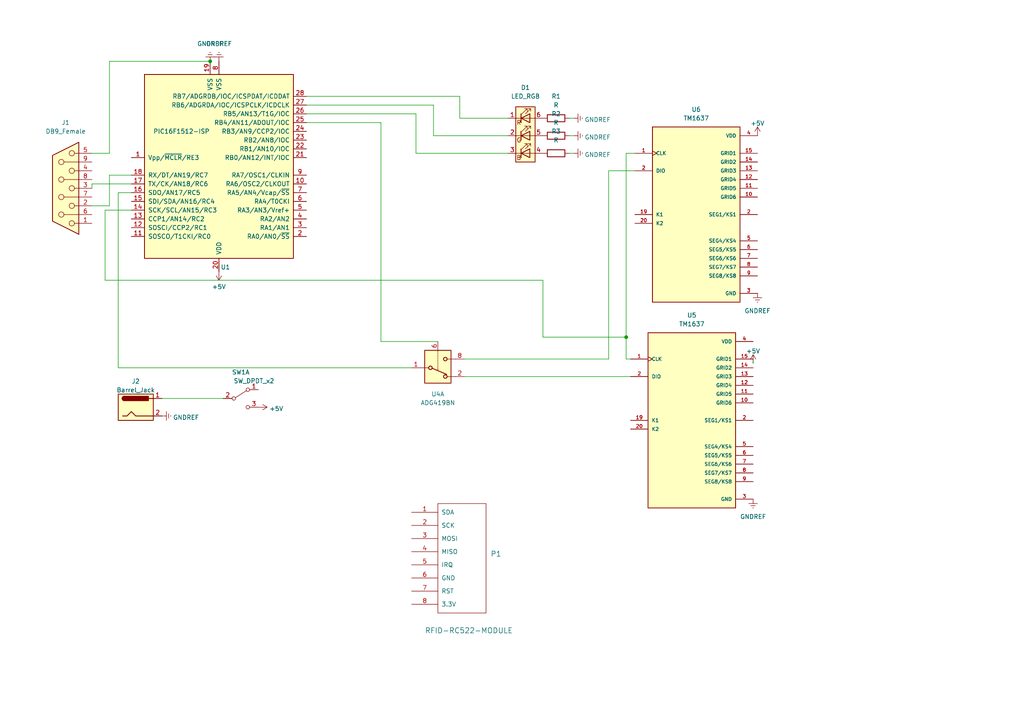
<source format=kicad_sch>
(kicad_sch (version 20211123) (generator eeschema)

  (uuid e71e6552-8756-4cfb-a783-757098a0b08f)

  (paper "A4")

  (title_block
    (title "Project embedded systemen")
    (date "2022-10-27")
    (rev "1.0")
    (company "Veul-IT & Borst Datasheets")
  )

  (lib_symbols
    (symbol "Analog_Switch:ADG419BN" (pin_names (offset 0.254)) (in_bom yes) (on_board yes)
      (property "Reference" "U" (id 0) (at -3.175 4.699 0)
        (effects (font (size 1.27 1.27)) (justify left))
      )
      (property "Value" "ADG419BN" (id 1) (at -3.175 2.921 0)
        (effects (font (size 1.27 1.27)) (justify left))
      )
      (property "Footprint" "Package_DIP:DIP-8_W7.62mm" (id 2) (at 0 -7.62 0)
        (effects (font (size 1.27 1.27)) hide)
      )
      (property "Datasheet" "https://www.analog.com/media/en/technical-documentation/data-sheets/ADG419.pdf" (id 3) (at 0 -5.08 0)
        (effects (font (size 1.27 1.27)) hide)
      )
      (property "ki_keywords" "CMOS Analog Switch" (id 4) (at 0 0 0)
        (effects (font (size 1.27 1.27)) hide)
      )
      (property "ki_description" "Single SPDT Monolithic LC²MOS Analog Switch, 25Ohm Ron, DIP-8" (id 5) (at 0 0 0)
        (effects (font (size 1.27 1.27)) hide)
      )
      (property "ki_fp_filters" "DIP*W7.62mm*" (id 6) (at 0 0 0)
        (effects (font (size 1.27 1.27)) hide)
      )
      (symbol "ADG419BN_1_1"
        (rectangle (start -3.81 1.905) (end 3.81 -7.62)
          (stroke (width 0.254) (type default) (color 0 0 0 0))
          (fill (type background))
        )
        (circle (center -2.159 -2.54) (radius 0.508)
          (stroke (width 0.254) (type default) (color 0 0 0 0))
          (fill (type none))
        )
        (polyline
          (pts
            (xy -5.08 -2.54)
            (xy -2.794 -2.54)
          )
          (stroke (width 0) (type default) (color 0 0 0 0))
          (fill (type none))
        )
        (polyline
          (pts
            (xy -1.651 -2.413)
            (xy 2.54 -0.635)
          )
          (stroke (width 0.254) (type default) (color 0 0 0 0))
          (fill (type none))
        )
        (polyline
          (pts
            (xy 0 -7.62)
            (xy 0 -7.112)
          )
          (stroke (width 0) (type default) (color 0 0 0 0))
          (fill (type none))
        )
        (polyline
          (pts
            (xy 0 -6.858)
            (xy 0 -6.604)
          )
          (stroke (width 0) (type default) (color 0 0 0 0))
          (fill (type none))
        )
        (polyline
          (pts
            (xy 0 -6.35)
            (xy 0 -6.096)
          )
          (stroke (width 0) (type default) (color 0 0 0 0))
          (fill (type none))
        )
        (polyline
          (pts
            (xy 0 -5.842)
            (xy 0 -5.588)
          )
          (stroke (width 0) (type default) (color 0 0 0 0))
          (fill (type none))
        )
        (polyline
          (pts
            (xy 0 -5.334)
            (xy 0 -5.08)
          )
          (stroke (width 0) (type default) (color 0 0 0 0))
          (fill (type none))
        )
        (polyline
          (pts
            (xy 0 -4.826)
            (xy 0 -4.572)
          )
          (stroke (width 0) (type default) (color 0 0 0 0))
          (fill (type none))
        )
        (polyline
          (pts
            (xy 0 -4.318)
            (xy 0 -4.064)
          )
          (stroke (width 0) (type default) (color 0 0 0 0))
          (fill (type none))
        )
        (polyline
          (pts
            (xy 0 -3.81)
            (xy 0 -3.556)
          )
          (stroke (width 0) (type default) (color 0 0 0 0))
          (fill (type none))
        )
        (polyline
          (pts
            (xy 0 -3.302)
            (xy 0 -3.048)
          )
          (stroke (width 0) (type default) (color 0 0 0 0))
          (fill (type none))
        )
        (polyline
          (pts
            (xy 0 -2.794)
            (xy 0 -2.54)
          )
          (stroke (width 0) (type default) (color 0 0 0 0))
          (fill (type none))
        )
        (polyline
          (pts
            (xy 0 -2.286)
            (xy 0 -2.032)
          )
          (stroke (width 0) (type default) (color 0 0 0 0))
          (fill (type none))
        )
        (polyline
          (pts
            (xy 0 -2.286)
            (xy 0 -2.032)
          )
          (stroke (width 0) (type default) (color 0 0 0 0))
          (fill (type none))
        )
        (polyline
          (pts
            (xy 5.08 -5.08)
            (xy 2.794 -5.08)
          )
          (stroke (width 0) (type default) (color 0 0 0 0))
          (fill (type none))
        )
        (polyline
          (pts
            (xy 5.08 0)
            (xy 2.794 0)
          )
          (stroke (width 0) (type default) (color 0 0 0 0))
          (fill (type none))
        )
        (circle (center 2.159 -5.08) (radius 0.508)
          (stroke (width 0.254) (type default) (color 0 0 0 0))
          (fill (type none))
        )
        (circle (center 2.159 0) (radius 0.508)
          (stroke (width 0.254) (type default) (color 0 0 0 0))
          (fill (type none))
        )
        (pin passive line (at -7.62 -2.54 0) (length 2.54)
          (name "~" (effects (font (size 1.27 1.27))))
          (number "1" (effects (font (size 1.27 1.27))))
        )
        (pin passive line (at 7.62 0 180) (length 2.54)
          (name "~" (effects (font (size 1.27 1.27))))
          (number "2" (effects (font (size 1.27 1.27))))
        )
        (pin input line (at 0 -10.16 90) (length 2.54)
          (name "~" (effects (font (size 1.27 1.27))))
          (number "6" (effects (font (size 1.27 1.27))))
        )
        (pin passive line (at 7.62 -5.08 180) (length 2.54)
          (name "~" (effects (font (size 1.27 1.27))))
          (number "8" (effects (font (size 1.27 1.27))))
        )
      )
      (symbol "ADG419BN_2_0"
        (pin power_in line (at 0 -12.7 90) (length 2.54)
          (name "GND" (effects (font (size 1.27 1.27))))
          (number "3" (effects (font (size 1.27 1.27))))
        )
        (pin power_in line (at 0 12.7 270) (length 2.54)
          (name "V+" (effects (font (size 1.27 1.27))))
          (number "4" (effects (font (size 1.27 1.27))))
        )
        (pin power_in line (at 2.54 12.7 270) (length 2.54)
          (name "VL" (effects (font (size 1.27 1.27))))
          (number "5" (effects (font (size 1.27 1.27))))
        )
        (pin power_in line (at 2.54 -12.7 90) (length 2.54)
          (name "V-" (effects (font (size 1.27 1.27))))
          (number "7" (effects (font (size 1.27 1.27))))
        )
      )
      (symbol "ADG419BN_2_1"
        (rectangle (start -3.81 10.16) (end 6.35 -10.16)
          (stroke (width 0.254) (type default) (color 0 0 0 0))
          (fill (type background))
        )
      )
    )
    (symbol "Connector:Barrel_Jack" (pin_names (offset 1.016)) (in_bom yes) (on_board yes)
      (property "Reference" "J" (id 0) (at 0 5.334 0)
        (effects (font (size 1.27 1.27)))
      )
      (property "Value" "Barrel_Jack" (id 1) (at 0 -5.08 0)
        (effects (font (size 1.27 1.27)))
      )
      (property "Footprint" "" (id 2) (at 1.27 -1.016 0)
        (effects (font (size 1.27 1.27)) hide)
      )
      (property "Datasheet" "~" (id 3) (at 1.27 -1.016 0)
        (effects (font (size 1.27 1.27)) hide)
      )
      (property "ki_keywords" "DC power barrel jack connector" (id 4) (at 0 0 0)
        (effects (font (size 1.27 1.27)) hide)
      )
      (property "ki_description" "DC Barrel Jack" (id 5) (at 0 0 0)
        (effects (font (size 1.27 1.27)) hide)
      )
      (property "ki_fp_filters" "BarrelJack*" (id 6) (at 0 0 0)
        (effects (font (size 1.27 1.27)) hide)
      )
      (symbol "Barrel_Jack_0_1"
        (rectangle (start -5.08 3.81) (end 5.08 -3.81)
          (stroke (width 0.254) (type default) (color 0 0 0 0))
          (fill (type background))
        )
        (arc (start -3.302 3.175) (mid -3.937 2.54) (end -3.302 1.905)
          (stroke (width 0.254) (type default) (color 0 0 0 0))
          (fill (type none))
        )
        (arc (start -3.302 3.175) (mid -3.937 2.54) (end -3.302 1.905)
          (stroke (width 0.254) (type default) (color 0 0 0 0))
          (fill (type outline))
        )
        (polyline
          (pts
            (xy 5.08 2.54)
            (xy 3.81 2.54)
          )
          (stroke (width 0.254) (type default) (color 0 0 0 0))
          (fill (type none))
        )
        (polyline
          (pts
            (xy -3.81 -2.54)
            (xy -2.54 -2.54)
            (xy -1.27 -1.27)
            (xy 0 -2.54)
            (xy 2.54 -2.54)
            (xy 5.08 -2.54)
          )
          (stroke (width 0.254) (type default) (color 0 0 0 0))
          (fill (type none))
        )
        (rectangle (start 3.683 3.175) (end -3.302 1.905)
          (stroke (width 0.254) (type default) (color 0 0 0 0))
          (fill (type outline))
        )
      )
      (symbol "Barrel_Jack_1_1"
        (pin passive line (at 7.62 2.54 180) (length 2.54)
          (name "~" (effects (font (size 1.27 1.27))))
          (number "1" (effects (font (size 1.27 1.27))))
        )
        (pin passive line (at 7.62 -2.54 180) (length 2.54)
          (name "~" (effects (font (size 1.27 1.27))))
          (number "2" (effects (font (size 1.27 1.27))))
        )
      )
    )
    (symbol "Connector:DB9_Female" (pin_names (offset 1.016) hide) (in_bom yes) (on_board yes)
      (property "Reference" "J" (id 0) (at 0 13.97 0)
        (effects (font (size 1.27 1.27)))
      )
      (property "Value" "DB9_Female" (id 1) (at 0 -14.605 0)
        (effects (font (size 1.27 1.27)))
      )
      (property "Footprint" "" (id 2) (at 0 0 0)
        (effects (font (size 1.27 1.27)) hide)
      )
      (property "Datasheet" " ~" (id 3) (at 0 0 0)
        (effects (font (size 1.27 1.27)) hide)
      )
      (property "ki_keywords" "connector female D-SUB" (id 4) (at 0 0 0)
        (effects (font (size 1.27 1.27)) hide)
      )
      (property "ki_description" "9-pin female D-SUB connector" (id 5) (at 0 0 0)
        (effects (font (size 1.27 1.27)) hide)
      )
      (property "ki_fp_filters" "DSUB*Female*" (id 6) (at 0 0 0)
        (effects (font (size 1.27 1.27)) hide)
      )
      (symbol "DB9_Female_0_1"
        (circle (center -1.778 -10.16) (radius 0.762)
          (stroke (width 0) (type default) (color 0 0 0 0))
          (fill (type none))
        )
        (circle (center -1.778 -5.08) (radius 0.762)
          (stroke (width 0) (type default) (color 0 0 0 0))
          (fill (type none))
        )
        (circle (center -1.778 0) (radius 0.762)
          (stroke (width 0) (type default) (color 0 0 0 0))
          (fill (type none))
        )
        (circle (center -1.778 5.08) (radius 0.762)
          (stroke (width 0) (type default) (color 0 0 0 0))
          (fill (type none))
        )
        (circle (center -1.778 10.16) (radius 0.762)
          (stroke (width 0) (type default) (color 0 0 0 0))
          (fill (type none))
        )
        (polyline
          (pts
            (xy -3.81 -10.16)
            (xy -2.54 -10.16)
          )
          (stroke (width 0) (type default) (color 0 0 0 0))
          (fill (type none))
        )
        (polyline
          (pts
            (xy -3.81 -7.62)
            (xy 0.508 -7.62)
          )
          (stroke (width 0) (type default) (color 0 0 0 0))
          (fill (type none))
        )
        (polyline
          (pts
            (xy -3.81 -5.08)
            (xy -2.54 -5.08)
          )
          (stroke (width 0) (type default) (color 0 0 0 0))
          (fill (type none))
        )
        (polyline
          (pts
            (xy -3.81 -2.54)
            (xy 0.508 -2.54)
          )
          (stroke (width 0) (type default) (color 0 0 0 0))
          (fill (type none))
        )
        (polyline
          (pts
            (xy -3.81 0)
            (xy -2.54 0)
          )
          (stroke (width 0) (type default) (color 0 0 0 0))
          (fill (type none))
        )
        (polyline
          (pts
            (xy -3.81 2.54)
            (xy 0.508 2.54)
          )
          (stroke (width 0) (type default) (color 0 0 0 0))
          (fill (type none))
        )
        (polyline
          (pts
            (xy -3.81 5.08)
            (xy -2.54 5.08)
          )
          (stroke (width 0) (type default) (color 0 0 0 0))
          (fill (type none))
        )
        (polyline
          (pts
            (xy -3.81 7.62)
            (xy 0.508 7.62)
          )
          (stroke (width 0) (type default) (color 0 0 0 0))
          (fill (type none))
        )
        (polyline
          (pts
            (xy -3.81 10.16)
            (xy -2.54 10.16)
          )
          (stroke (width 0) (type default) (color 0 0 0 0))
          (fill (type none))
        )
        (polyline
          (pts
            (xy -3.81 13.335)
            (xy -3.81 -13.335)
            (xy 3.81 -9.525)
            (xy 3.81 9.525)
            (xy -3.81 13.335)
          )
          (stroke (width 0.254) (type default) (color 0 0 0 0))
          (fill (type background))
        )
        (circle (center 1.27 -7.62) (radius 0.762)
          (stroke (width 0) (type default) (color 0 0 0 0))
          (fill (type none))
        )
        (circle (center 1.27 -2.54) (radius 0.762)
          (stroke (width 0) (type default) (color 0 0 0 0))
          (fill (type none))
        )
        (circle (center 1.27 2.54) (radius 0.762)
          (stroke (width 0) (type default) (color 0 0 0 0))
          (fill (type none))
        )
        (circle (center 1.27 7.62) (radius 0.762)
          (stroke (width 0) (type default) (color 0 0 0 0))
          (fill (type none))
        )
      )
      (symbol "DB9_Female_1_1"
        (pin passive line (at -7.62 10.16 0) (length 3.81)
          (name "1" (effects (font (size 1.27 1.27))))
          (number "1" (effects (font (size 1.27 1.27))))
        )
        (pin passive line (at -7.62 5.08 0) (length 3.81)
          (name "2" (effects (font (size 1.27 1.27))))
          (number "2" (effects (font (size 1.27 1.27))))
        )
        (pin passive line (at -7.62 0 0) (length 3.81)
          (name "3" (effects (font (size 1.27 1.27))))
          (number "3" (effects (font (size 1.27 1.27))))
        )
        (pin passive line (at -7.62 -5.08 0) (length 3.81)
          (name "4" (effects (font (size 1.27 1.27))))
          (number "4" (effects (font (size 1.27 1.27))))
        )
        (pin passive line (at -7.62 -10.16 0) (length 3.81)
          (name "5" (effects (font (size 1.27 1.27))))
          (number "5" (effects (font (size 1.27 1.27))))
        )
        (pin passive line (at -7.62 7.62 0) (length 3.81)
          (name "6" (effects (font (size 1.27 1.27))))
          (number "6" (effects (font (size 1.27 1.27))))
        )
        (pin passive line (at -7.62 2.54 0) (length 3.81)
          (name "7" (effects (font (size 1.27 1.27))))
          (number "7" (effects (font (size 1.27 1.27))))
        )
        (pin passive line (at -7.62 -2.54 0) (length 3.81)
          (name "8" (effects (font (size 1.27 1.27))))
          (number "8" (effects (font (size 1.27 1.27))))
        )
        (pin passive line (at -7.62 -7.62 0) (length 3.81)
          (name "9" (effects (font (size 1.27 1.27))))
          (number "9" (effects (font (size 1.27 1.27))))
        )
      )
    )
    (symbol "Device:LED_RGB" (pin_names (offset 0) hide) (in_bom yes) (on_board yes)
      (property "Reference" "D" (id 0) (at 0 9.398 0)
        (effects (font (size 1.27 1.27)))
      )
      (property "Value" "LED_RGB" (id 1) (at 0 -8.89 0)
        (effects (font (size 1.27 1.27)))
      )
      (property "Footprint" "" (id 2) (at 0 -1.27 0)
        (effects (font (size 1.27 1.27)) hide)
      )
      (property "Datasheet" "~" (id 3) (at 0 -1.27 0)
        (effects (font (size 1.27 1.27)) hide)
      )
      (property "ki_keywords" "LED RGB diode" (id 4) (at 0 0 0)
        (effects (font (size 1.27 1.27)) hide)
      )
      (property "ki_description" "RGB LED, 6 pin package" (id 5) (at 0 0 0)
        (effects (font (size 1.27 1.27)) hide)
      )
      (property "ki_fp_filters" "LED* LED_SMD:* LED_THT:*" (id 6) (at 0 0 0)
        (effects (font (size 1.27 1.27)) hide)
      )
      (symbol "LED_RGB_0_0"
        (text "B" (at -1.905 -6.35 0)
          (effects (font (size 1.27 1.27)))
        )
        (text "G" (at -1.905 -1.27 0)
          (effects (font (size 1.27 1.27)))
        )
        (text "R" (at -1.905 3.81 0)
          (effects (font (size 1.27 1.27)))
        )
      )
      (symbol "LED_RGB_0_1"
        (polyline
          (pts
            (xy -1.27 -5.08)
            (xy -2.54 -5.08)
          )
          (stroke (width 0) (type default) (color 0 0 0 0))
          (fill (type none))
        )
        (polyline
          (pts
            (xy -1.27 -5.08)
            (xy 1.27 -5.08)
          )
          (stroke (width 0) (type default) (color 0 0 0 0))
          (fill (type none))
        )
        (polyline
          (pts
            (xy -1.27 -3.81)
            (xy -1.27 -6.35)
          )
          (stroke (width 0.254) (type default) (color 0 0 0 0))
          (fill (type none))
        )
        (polyline
          (pts
            (xy -1.27 0)
            (xy -2.54 0)
          )
          (stroke (width 0) (type default) (color 0 0 0 0))
          (fill (type none))
        )
        (polyline
          (pts
            (xy -1.27 1.27)
            (xy -1.27 -1.27)
          )
          (stroke (width 0.254) (type default) (color 0 0 0 0))
          (fill (type none))
        )
        (polyline
          (pts
            (xy -1.27 5.08)
            (xy -2.54 5.08)
          )
          (stroke (width 0) (type default) (color 0 0 0 0))
          (fill (type none))
        )
        (polyline
          (pts
            (xy -1.27 5.08)
            (xy 1.27 5.08)
          )
          (stroke (width 0) (type default) (color 0 0 0 0))
          (fill (type none))
        )
        (polyline
          (pts
            (xy -1.27 6.35)
            (xy -1.27 3.81)
          )
          (stroke (width 0.254) (type default) (color 0 0 0 0))
          (fill (type none))
        )
        (polyline
          (pts
            (xy 1.27 -5.08)
            (xy 2.54 -5.08)
          )
          (stroke (width 0) (type default) (color 0 0 0 0))
          (fill (type none))
        )
        (polyline
          (pts
            (xy 1.27 0)
            (xy -1.27 0)
          )
          (stroke (width 0) (type default) (color 0 0 0 0))
          (fill (type none))
        )
        (polyline
          (pts
            (xy 1.27 0)
            (xy 2.54 0)
          )
          (stroke (width 0) (type default) (color 0 0 0 0))
          (fill (type none))
        )
        (polyline
          (pts
            (xy 1.27 5.08)
            (xy 2.54 5.08)
          )
          (stroke (width 0) (type default) (color 0 0 0 0))
          (fill (type none))
        )
        (polyline
          (pts
            (xy -1.27 1.27)
            (xy -1.27 -1.27)
            (xy -1.27 -1.27)
          )
          (stroke (width 0) (type default) (color 0 0 0 0))
          (fill (type none))
        )
        (polyline
          (pts
            (xy -1.27 6.35)
            (xy -1.27 3.81)
            (xy -1.27 3.81)
          )
          (stroke (width 0) (type default) (color 0 0 0 0))
          (fill (type none))
        )
        (polyline
          (pts
            (xy 1.27 -3.81)
            (xy 1.27 -6.35)
            (xy -1.27 -5.08)
            (xy 1.27 -3.81)
          )
          (stroke (width 0.254) (type default) (color 0 0 0 0))
          (fill (type none))
        )
        (polyline
          (pts
            (xy 1.27 1.27)
            (xy 1.27 -1.27)
            (xy -1.27 0)
            (xy 1.27 1.27)
          )
          (stroke (width 0.254) (type default) (color 0 0 0 0))
          (fill (type none))
        )
        (polyline
          (pts
            (xy 1.27 6.35)
            (xy 1.27 3.81)
            (xy -1.27 5.08)
            (xy 1.27 6.35)
          )
          (stroke (width 0.254) (type default) (color 0 0 0 0))
          (fill (type none))
        )
        (polyline
          (pts
            (xy -1.016 -3.81)
            (xy 0.508 -2.286)
            (xy -0.254 -2.286)
            (xy 0.508 -2.286)
            (xy 0.508 -3.048)
          )
          (stroke (width 0) (type default) (color 0 0 0 0))
          (fill (type none))
        )
        (polyline
          (pts
            (xy -1.016 1.27)
            (xy 0.508 2.794)
            (xy -0.254 2.794)
            (xy 0.508 2.794)
            (xy 0.508 2.032)
          )
          (stroke (width 0) (type default) (color 0 0 0 0))
          (fill (type none))
        )
        (polyline
          (pts
            (xy -1.016 6.35)
            (xy 0.508 7.874)
            (xy -0.254 7.874)
            (xy 0.508 7.874)
            (xy 0.508 7.112)
          )
          (stroke (width 0) (type default) (color 0 0 0 0))
          (fill (type none))
        )
        (polyline
          (pts
            (xy 0 -3.81)
            (xy 1.524 -2.286)
            (xy 0.762 -2.286)
            (xy 1.524 -2.286)
            (xy 1.524 -3.048)
          )
          (stroke (width 0) (type default) (color 0 0 0 0))
          (fill (type none))
        )
        (polyline
          (pts
            (xy 0 1.27)
            (xy 1.524 2.794)
            (xy 0.762 2.794)
            (xy 1.524 2.794)
            (xy 1.524 2.032)
          )
          (stroke (width 0) (type default) (color 0 0 0 0))
          (fill (type none))
        )
        (polyline
          (pts
            (xy 0 6.35)
            (xy 1.524 7.874)
            (xy 0.762 7.874)
            (xy 1.524 7.874)
            (xy 1.524 7.112)
          )
          (stroke (width 0) (type default) (color 0 0 0 0))
          (fill (type none))
        )
        (rectangle (start 1.27 -1.27) (end 1.27 1.27)
          (stroke (width 0) (type default) (color 0 0 0 0))
          (fill (type none))
        )
        (rectangle (start 1.27 1.27) (end 1.27 1.27)
          (stroke (width 0) (type default) (color 0 0 0 0))
          (fill (type none))
        )
        (rectangle (start 1.27 3.81) (end 1.27 6.35)
          (stroke (width 0) (type default) (color 0 0 0 0))
          (fill (type none))
        )
        (rectangle (start 1.27 6.35) (end 1.27 6.35)
          (stroke (width 0) (type default) (color 0 0 0 0))
          (fill (type none))
        )
        (rectangle (start 2.794 8.382) (end -2.794 -7.62)
          (stroke (width 0.254) (type default) (color 0 0 0 0))
          (fill (type background))
        )
      )
      (symbol "LED_RGB_1_1"
        (pin passive line (at -5.08 5.08 0) (length 2.54)
          (name "RK" (effects (font (size 1.27 1.27))))
          (number "1" (effects (font (size 1.27 1.27))))
        )
        (pin passive line (at -5.08 0 0) (length 2.54)
          (name "GK" (effects (font (size 1.27 1.27))))
          (number "2" (effects (font (size 1.27 1.27))))
        )
        (pin passive line (at -5.08 -5.08 0) (length 2.54)
          (name "BK" (effects (font (size 1.27 1.27))))
          (number "3" (effects (font (size 1.27 1.27))))
        )
        (pin passive line (at 5.08 -5.08 180) (length 2.54)
          (name "BA" (effects (font (size 1.27 1.27))))
          (number "4" (effects (font (size 1.27 1.27))))
        )
        (pin passive line (at 5.08 0 180) (length 2.54)
          (name "GA" (effects (font (size 1.27 1.27))))
          (number "5" (effects (font (size 1.27 1.27))))
        )
        (pin passive line (at 5.08 5.08 180) (length 2.54)
          (name "RA" (effects (font (size 1.27 1.27))))
          (number "6" (effects (font (size 1.27 1.27))))
        )
      )
    )
    (symbol "Device:R" (pin_numbers hide) (pin_names (offset 0)) (in_bom yes) (on_board yes)
      (property "Reference" "R" (id 0) (at 2.032 0 90)
        (effects (font (size 1.27 1.27)))
      )
      (property "Value" "R" (id 1) (at 0 0 90)
        (effects (font (size 1.27 1.27)))
      )
      (property "Footprint" "" (id 2) (at -1.778 0 90)
        (effects (font (size 1.27 1.27)) hide)
      )
      (property "Datasheet" "~" (id 3) (at 0 0 0)
        (effects (font (size 1.27 1.27)) hide)
      )
      (property "ki_keywords" "R res resistor" (id 4) (at 0 0 0)
        (effects (font (size 1.27 1.27)) hide)
      )
      (property "ki_description" "Resistor" (id 5) (at 0 0 0)
        (effects (font (size 1.27 1.27)) hide)
      )
      (property "ki_fp_filters" "R_*" (id 6) (at 0 0 0)
        (effects (font (size 1.27 1.27)) hide)
      )
      (symbol "R_0_1"
        (rectangle (start -1.016 -2.54) (end 1.016 2.54)
          (stroke (width 0.254) (type default) (color 0 0 0 0))
          (fill (type none))
        )
      )
      (symbol "R_1_1"
        (pin passive line (at 0 3.81 270) (length 1.27)
          (name "~" (effects (font (size 1.27 1.27))))
          (number "1" (effects (font (size 1.27 1.27))))
        )
        (pin passive line (at 0 -3.81 90) (length 1.27)
          (name "~" (effects (font (size 1.27 1.27))))
          (number "2" (effects (font (size 1.27 1.27))))
        )
      )
    )
    (symbol "MCU_Microchip_PIC16:PIC16F1512-ISP" (pin_names (offset 1.016)) (in_bom yes) (on_board yes)
      (property "Reference" "U" (id 0) (at 5.08 30.48 0)
        (effects (font (size 1.27 1.27)) (justify left))
      )
      (property "Value" "PIC16F1512-ISP" (id 1) (at 5.08 27.94 0)
        (effects (font (size 1.27 1.27)) (justify left))
      )
      (property "Footprint" "" (id 2) (at 0 0 0)
        (effects (font (size 1.27 1.27)) hide)
      )
      (property "Datasheet" "http://ww1.microchip.com/downloads/en/DeviceDoc/41624A.pdf" (id 3) (at 0 0 0)
        (effects (font (size 1.27 1.27)) hide)
      )
      (property "ki_keywords" "FLASH-Based 8-Bit CMOS Microcontroller XLP" (id 4) (at 0 0 0)
        (effects (font (size 1.27 1.27)) hide)
      )
      (property "ki_description" "PIC16F1512, 2048W FLASH, 128B SRAM, SPDIP-28" (id 5) (at 0 0 0)
        (effects (font (size 1.27 1.27)) hide)
      )
      (property "ki_fp_filters" "DIP* PDIP* SO* SSOP*" (id 6) (at 0 0 0)
        (effects (font (size 1.27 1.27)) hide)
      )
      (symbol "PIC16F1512-ISP_0_1"
        (rectangle (start -21.59 26.67) (end 21.59 -26.67)
          (stroke (width 0.254) (type default) (color 0 0 0 0))
          (fill (type background))
        )
      )
      (symbol "PIC16F1512-ISP_1_1"
        (pin input line (at 25.4 -2.54 180) (length 3.81)
          (name "Vpp/~{MCLR}/RE3" (effects (font (size 1.27 1.27))))
          (number "1" (effects (font (size 1.27 1.27))))
        )
        (pin bidirectional line (at -25.4 5.08 0) (length 3.81)
          (name "RA6/OSC2/CLKOUT" (effects (font (size 1.27 1.27))))
          (number "10" (effects (font (size 1.27 1.27))))
        )
        (pin bidirectional line (at 25.4 20.32 180) (length 3.81)
          (name "SOSCO/T1CKI/RC0" (effects (font (size 1.27 1.27))))
          (number "11" (effects (font (size 1.27 1.27))))
        )
        (pin bidirectional line (at 25.4 17.78 180) (length 3.81)
          (name "SOSCI/CCP2/RC1" (effects (font (size 1.27 1.27))))
          (number "12" (effects (font (size 1.27 1.27))))
        )
        (pin bidirectional line (at 25.4 15.24 180) (length 3.81)
          (name "CCP1/AN14/RC2" (effects (font (size 1.27 1.27))))
          (number "13" (effects (font (size 1.27 1.27))))
        )
        (pin bidirectional line (at 25.4 12.7 180) (length 3.81)
          (name "SCK/SCL/AN15/RC3" (effects (font (size 1.27 1.27))))
          (number "14" (effects (font (size 1.27 1.27))))
        )
        (pin bidirectional line (at 25.4 10.16 180) (length 3.81)
          (name "SDI/SDA/AN16/RC4" (effects (font (size 1.27 1.27))))
          (number "15" (effects (font (size 1.27 1.27))))
        )
        (pin bidirectional line (at 25.4 7.62 180) (length 3.81)
          (name "SDO/AN17/RC5" (effects (font (size 1.27 1.27))))
          (number "16" (effects (font (size 1.27 1.27))))
        )
        (pin bidirectional line (at 25.4 5.08 180) (length 3.81)
          (name "TX/CK/AN18/RC6" (effects (font (size 1.27 1.27))))
          (number "17" (effects (font (size 1.27 1.27))))
        )
        (pin bidirectional line (at 25.4 2.54 180) (length 3.81)
          (name "RX/DT/AN19/RC7" (effects (font (size 1.27 1.27))))
          (number "18" (effects (font (size 1.27 1.27))))
        )
        (pin power_in line (at 2.54 -30.48 90) (length 3.81)
          (name "VSS" (effects (font (size 1.27 1.27))))
          (number "19" (effects (font (size 1.27 1.27))))
        )
        (pin bidirectional line (at -25.4 20.32 0) (length 3.81)
          (name "RA0/AN0/~{SS}" (effects (font (size 1.27 1.27))))
          (number "2" (effects (font (size 1.27 1.27))))
        )
        (pin power_in line (at 0 30.48 270) (length 3.81)
          (name "VDD" (effects (font (size 1.27 1.27))))
          (number "20" (effects (font (size 1.27 1.27))))
        )
        (pin bidirectional line (at -25.4 -2.54 0) (length 3.81)
          (name "RB0/AN12/INT/IOC" (effects (font (size 1.27 1.27))))
          (number "21" (effects (font (size 1.27 1.27))))
        )
        (pin bidirectional line (at -25.4 -5.08 0) (length 3.81)
          (name "RB1/AN10/IOC" (effects (font (size 1.27 1.27))))
          (number "22" (effects (font (size 1.27 1.27))))
        )
        (pin bidirectional line (at -25.4 -7.62 0) (length 3.81)
          (name "RB2/AN8/IOC" (effects (font (size 1.27 1.27))))
          (number "23" (effects (font (size 1.27 1.27))))
        )
        (pin bidirectional line (at -25.4 -10.16 0) (length 3.81)
          (name "RB3/AN9/CCP2/IOC" (effects (font (size 1.27 1.27))))
          (number "24" (effects (font (size 1.27 1.27))))
        )
        (pin bidirectional line (at -25.4 -12.7 0) (length 3.81)
          (name "RB4/AN11/ADOUT/IOC" (effects (font (size 1.27 1.27))))
          (number "25" (effects (font (size 1.27 1.27))))
        )
        (pin bidirectional line (at -25.4 -15.24 0) (length 3.81)
          (name "RB5/AN13/T1G/IOC" (effects (font (size 1.27 1.27))))
          (number "26" (effects (font (size 1.27 1.27))))
        )
        (pin bidirectional line (at -25.4 -17.78 0) (length 3.81)
          (name "RB6/ADGRDA/IOC/ICSPCLK/ICDCLK" (effects (font (size 1.27 1.27))))
          (number "27" (effects (font (size 1.27 1.27))))
        )
        (pin bidirectional line (at -25.4 -20.32 0) (length 3.81)
          (name "RB7/ADGRDB/IOC/ICSPDAT/ICDDAT" (effects (font (size 1.27 1.27))))
          (number "28" (effects (font (size 1.27 1.27))))
        )
        (pin bidirectional line (at -25.4 17.78 0) (length 3.81)
          (name "RA1/AN1" (effects (font (size 1.27 1.27))))
          (number "3" (effects (font (size 1.27 1.27))))
        )
        (pin bidirectional line (at -25.4 15.24 0) (length 3.81)
          (name "RA2/AN2" (effects (font (size 1.27 1.27))))
          (number "4" (effects (font (size 1.27 1.27))))
        )
        (pin bidirectional line (at -25.4 12.7 0) (length 3.81)
          (name "RA3/AN3/Vref+" (effects (font (size 1.27 1.27))))
          (number "5" (effects (font (size 1.27 1.27))))
        )
        (pin bidirectional line (at -25.4 10.16 0) (length 3.81)
          (name "RA4/T0CKI" (effects (font (size 1.27 1.27))))
          (number "6" (effects (font (size 1.27 1.27))))
        )
        (pin bidirectional line (at -25.4 7.62 0) (length 3.81)
          (name "RA5/AN4/Vcap/~{SS}" (effects (font (size 1.27 1.27))))
          (number "7" (effects (font (size 1.27 1.27))))
        )
        (pin power_in line (at 0 -30.48 90) (length 3.81)
          (name "VSS" (effects (font (size 1.27 1.27))))
          (number "8" (effects (font (size 1.27 1.27))))
        )
        (pin bidirectional line (at -25.4 2.54 0) (length 3.81)
          (name "RA7/OSC1/CLKIN" (effects (font (size 1.27 1.27))))
          (number "9" (effects (font (size 1.27 1.27))))
        )
      )
    )
    (symbol "Switch:SW_DPDT_x2" (pin_names (offset 0) hide) (in_bom yes) (on_board yes)
      (property "Reference" "SW" (id 0) (at 0 4.318 0)
        (effects (font (size 1.27 1.27)))
      )
      (property "Value" "SW_DPDT_x2" (id 1) (at 0 -5.08 0)
        (effects (font (size 1.27 1.27)))
      )
      (property "Footprint" "" (id 2) (at 0 0 0)
        (effects (font (size 1.27 1.27)) hide)
      )
      (property "Datasheet" "~" (id 3) (at 0 0 0)
        (effects (font (size 1.27 1.27)) hide)
      )
      (property "ki_keywords" "switch dual-pole double-throw DPDT spdt ON-ON" (id 4) (at 0 0 0)
        (effects (font (size 1.27 1.27)) hide)
      )
      (property "ki_description" "Switch, dual pole double throw, separate symbols" (id 5) (at 0 0 0)
        (effects (font (size 1.27 1.27)) hide)
      )
      (property "ki_fp_filters" "SW*DPDT*" (id 6) (at 0 0 0)
        (effects (font (size 1.27 1.27)) hide)
      )
      (symbol "SW_DPDT_x2_0_0"
        (circle (center -2.032 0) (radius 0.508)
          (stroke (width 0) (type default) (color 0 0 0 0))
          (fill (type none))
        )
        (circle (center 2.032 -2.54) (radius 0.508)
          (stroke (width 0) (type default) (color 0 0 0 0))
          (fill (type none))
        )
      )
      (symbol "SW_DPDT_x2_0_1"
        (polyline
          (pts
            (xy -1.524 0.254)
            (xy 1.651 2.286)
          )
          (stroke (width 0) (type default) (color 0 0 0 0))
          (fill (type none))
        )
        (circle (center 2.032 2.54) (radius 0.508)
          (stroke (width 0) (type default) (color 0 0 0 0))
          (fill (type none))
        )
      )
      (symbol "SW_DPDT_x2_1_1"
        (pin passive line (at 5.08 2.54 180) (length 2.54)
          (name "A" (effects (font (size 1.27 1.27))))
          (number "1" (effects (font (size 1.27 1.27))))
        )
        (pin passive line (at -5.08 0 0) (length 2.54)
          (name "B" (effects (font (size 1.27 1.27))))
          (number "2" (effects (font (size 1.27 1.27))))
        )
        (pin passive line (at 5.08 -2.54 180) (length 2.54)
          (name "C" (effects (font (size 1.27 1.27))))
          (number "3" (effects (font (size 1.27 1.27))))
        )
      )
      (symbol "SW_DPDT_x2_2_1"
        (pin passive line (at 5.08 2.54 180) (length 2.54)
          (name "A" (effects (font (size 1.27 1.27))))
          (number "4" (effects (font (size 1.27 1.27))))
        )
        (pin passive line (at -5.08 0 0) (length 2.54)
          (name "B" (effects (font (size 1.27 1.27))))
          (number "5" (effects (font (size 1.27 1.27))))
        )
        (pin passive line (at 5.08 -2.54 180) (length 2.54)
          (name "C" (effects (font (size 1.27 1.27))))
          (number "6" (effects (font (size 1.27 1.27))))
        )
      )
    )
    (symbol "TM1637:TM1637" (pin_names (offset 1.016)) (in_bom yes) (on_board yes)
      (property "Reference" "U5" (id 0) (at 0 30.48 0)
        (effects (font (size 1.27 1.27)))
      )
      (property "Value" "TM1637" (id 1) (at 0 27.94 0)
        (effects (font (size 1.27 1.27)))
      )
      (property "Footprint" "Connector_PinHeader_1.27mm:PinHeader_1x04_P1.27mm_Vertical" (id 2) (at 0 0 0)
        (effects (font (size 1.27 1.27)) (justify left bottom) hide)
      )
      (property "Datasheet" "" (id 3) (at 0 0 0)
        (effects (font (size 1.27 1.27)) (justify left bottom) hide)
      )
      (property "MANUFACTURER" "Titan Micro Electronics" (id 4) (at 0 0 0)
        (effects (font (size 1.27 1.27)) (justify left bottom) hide)
      )
      (property "MAXIMUM_PACKAGE_HEIGHT" "4.31 mm" (id 5) (at 0 0 0)
        (effects (font (size 1.27 1.27)) (justify left bottom) hide)
      )
      (property "PARTREV" "v2.5" (id 6) (at 0 0 0)
        (effects (font (size 1.27 1.27)) (justify left bottom) hide)
      )
      (property "STANDARD" "IPC 7351B" (id 7) (at 0 0 0)
        (effects (font (size 1.27 1.27)) (justify left bottom) hide)
      )
      (property "ki_locked" "" (id 8) (at 0 0 0)
        (effects (font (size 1.27 1.27)))
      )
      (symbol "TM1637_0_0"
        (rectangle (start -12.7 -25.4) (end 12.7 25.4)
          (stroke (width 0.254) (type default) (color 0 0 0 0))
          (fill (type background))
        )
        (pin input clock (at -17.78 17.78 0) (length 5.08)
          (name "CLK" (effects (font (size 1.016 1.016))))
          (number "1" (effects (font (size 1.016 1.016))))
        )
        (pin output line (at 17.78 5.08 180) (length 5.08)
          (name "GRID6" (effects (font (size 1.016 1.016))))
          (number "10" (effects (font (size 1.016 1.016))))
        )
        (pin output line (at 17.78 7.62 180) (length 5.08)
          (name "GRID5" (effects (font (size 1.016 1.016))))
          (number "11" (effects (font (size 1.016 1.016))))
        )
        (pin output line (at 17.78 10.16 180) (length 5.08)
          (name "GRID4" (effects (font (size 1.016 1.016))))
          (number "12" (effects (font (size 1.016 1.016))))
        )
        (pin output line (at 17.78 12.7 180) (length 5.08)
          (name "GRID3" (effects (font (size 1.016 1.016))))
          (number "13" (effects (font (size 1.016 1.016))))
        )
        (pin output line (at 17.78 15.24 180) (length 5.08)
          (name "GRID2" (effects (font (size 1.016 1.016))))
          (number "14" (effects (font (size 1.016 1.016))))
        )
        (pin output line (at 17.78 17.78 180) (length 5.08)
          (name "GRID1" (effects (font (size 1.016 1.016))))
          (number "15" (effects (font (size 1.016 1.016))))
        )
        (pin input line (at -17.78 0 0) (length 5.08)
          (name "K1" (effects (font (size 1.016 1.016))))
          (number "19" (effects (font (size 1.016 1.016))))
        )
        (pin bidirectional line (at -17.78 12.7 0) (length 5.08)
          (name "DIO" (effects (font (size 1.016 1.016))))
          (number "2" (effects (font (size 1.016 1.016))))
        )
        (pin output line (at 17.78 0 180) (length 5.08)
          (name "SEG1/KS1" (effects (font (size 1.016 1.016))))
          (number "2" (effects (font (size 1.016 1.016))))
        )
        (pin input line (at -17.78 -2.54 0) (length 5.08)
          (name "K2" (effects (font (size 1.016 1.016))))
          (number "20" (effects (font (size 1.016 1.016))))
        )
        (pin power_in line (at 17.78 -22.86 180) (length 5.08)
          (name "GND" (effects (font (size 1.016 1.016))))
          (number "3" (effects (font (size 1.016 1.016))))
        )
        (pin power_in line (at 17.78 22.86 180) (length 5.08)
          (name "VDD" (effects (font (size 1.016 1.016))))
          (number "4" (effects (font (size 1.016 1.016))))
        )
        (pin output line (at 17.78 -7.62 180) (length 5.08)
          (name "SEG4/KS4" (effects (font (size 1.016 1.016))))
          (number "5" (effects (font (size 1.016 1.016))))
        )
        (pin output line (at 17.78 -10.16 180) (length 5.08)
          (name "SEG5/KS5" (effects (font (size 1.016 1.016))))
          (number "6" (effects (font (size 1.016 1.016))))
        )
        (pin output line (at 17.78 -12.7 180) (length 5.08)
          (name "SEG6/KS6" (effects (font (size 1.016 1.016))))
          (number "7" (effects (font (size 1.016 1.016))))
        )
        (pin output line (at 17.78 -15.24 180) (length 5.08)
          (name "SEG7/KS7" (effects (font (size 1.016 1.016))))
          (number "8" (effects (font (size 1.016 1.016))))
        )
        (pin output line (at 17.78 -17.78 180) (length 5.08)
          (name "SEG8/KS8" (effects (font (size 1.016 1.016))))
          (number "9" (effects (font (size 1.016 1.016))))
        )
      )
    )
    (symbol "TM1637_1" (pin_names (offset 1.016)) (in_bom yes) (on_board yes)
      (property "Reference" "U6" (id 0) (at 0 30.48 0)
        (effects (font (size 1.27 1.27)))
      )
      (property "Value" "TM1637_1" (id 1) (at 0 27.94 0)
        (effects (font (size 1.27 1.27)))
      )
      (property "Footprint" "Connector_PinHeader_1.27mm:PinHeader_1x04_P1.27mm_Vertical" (id 2) (at 0 0 0)
        (effects (font (size 1.27 1.27)) (justify left bottom) hide)
      )
      (property "Datasheet" "" (id 3) (at 0 0 0)
        (effects (font (size 1.27 1.27)) (justify left bottom) hide)
      )
      (property "MANUFACTURER" "Titan Micro Electronics" (id 4) (at 0 0 0)
        (effects (font (size 1.27 1.27)) (justify left bottom) hide)
      )
      (property "MAXIMUM_PACKAGE_HEIGHT" "4.31 mm" (id 5) (at 0 0 0)
        (effects (font (size 1.27 1.27)) (justify left bottom) hide)
      )
      (property "PARTREV" "v2.5" (id 6) (at 0 0 0)
        (effects (font (size 1.27 1.27)) (justify left bottom) hide)
      )
      (property "STANDARD" "IPC 7351B" (id 7) (at 0 0 0)
        (effects (font (size 1.27 1.27)) (justify left bottom) hide)
      )
      (property "ki_locked" "" (id 8) (at 0 0 0)
        (effects (font (size 1.27 1.27)))
      )
      (symbol "TM1637_1_0_0"
        (rectangle (start -12.7 -25.4) (end 12.7 25.4)
          (stroke (width 0.254) (type default) (color 0 0 0 0))
          (fill (type background))
        )
        (pin input clock (at -17.78 17.78 0) (length 5.08)
          (name "CLK" (effects (font (size 1.016 1.016))))
          (number "1" (effects (font (size 1.016 1.016))))
        )
        (pin output line (at 17.78 5.08 180) (length 5.08)
          (name "GRID6" (effects (font (size 1.016 1.016))))
          (number "10" (effects (font (size 1.016 1.016))))
        )
        (pin output line (at 17.78 7.62 180) (length 5.08)
          (name "GRID5" (effects (font (size 1.016 1.016))))
          (number "11" (effects (font (size 1.016 1.016))))
        )
        (pin output line (at 17.78 10.16 180) (length 5.08)
          (name "GRID4" (effects (font (size 1.016 1.016))))
          (number "12" (effects (font (size 1.016 1.016))))
        )
        (pin output line (at 17.78 12.7 180) (length 5.08)
          (name "GRID3" (effects (font (size 1.016 1.016))))
          (number "13" (effects (font (size 1.016 1.016))))
        )
        (pin output line (at 17.78 15.24 180) (length 5.08)
          (name "GRID2" (effects (font (size 1.016 1.016))))
          (number "14" (effects (font (size 1.016 1.016))))
        )
        (pin output line (at 17.78 17.78 180) (length 5.08)
          (name "GRID1" (effects (font (size 1.016 1.016))))
          (number "15" (effects (font (size 1.016 1.016))))
        )
        (pin input line (at -17.78 0 0) (length 5.08)
          (name "K1" (effects (font (size 1.016 1.016))))
          (number "19" (effects (font (size 1.016 1.016))))
        )
        (pin bidirectional line (at -17.78 12.7 0) (length 5.08)
          (name "DIO" (effects (font (size 1.016 1.016))))
          (number "2" (effects (font (size 1.016 1.016))))
        )
        (pin output line (at 17.78 0 180) (length 5.08)
          (name "SEG1/KS1" (effects (font (size 1.016 1.016))))
          (number "2" (effects (font (size 1.016 1.016))))
        )
        (pin input line (at -17.78 -2.54 0) (length 5.08)
          (name "K2" (effects (font (size 1.016 1.016))))
          (number "20" (effects (font (size 1.016 1.016))))
        )
        (pin power_in line (at 17.78 -22.86 180) (length 5.08)
          (name "GND" (effects (font (size 1.016 1.016))))
          (number "3" (effects (font (size 1.016 1.016))))
        )
        (pin power_in line (at 17.78 22.86 180) (length 5.08)
          (name "VDD" (effects (font (size 1.016 1.016))))
          (number "4" (effects (font (size 1.016 1.016))))
        )
        (pin output line (at 17.78 -7.62 180) (length 5.08)
          (name "SEG4/KS4" (effects (font (size 1.016 1.016))))
          (number "5" (effects (font (size 1.016 1.016))))
        )
        (pin output line (at 17.78 -10.16 180) (length 5.08)
          (name "SEG5/KS5" (effects (font (size 1.016 1.016))))
          (number "6" (effects (font (size 1.016 1.016))))
        )
        (pin output line (at 17.78 -12.7 180) (length 5.08)
          (name "SEG6/KS6" (effects (font (size 1.016 1.016))))
          (number "7" (effects (font (size 1.016 1.016))))
        )
        (pin output line (at 17.78 -15.24 180) (length 5.08)
          (name "SEG7/KS7" (effects (font (size 1.016 1.016))))
          (number "8" (effects (font (size 1.016 1.016))))
        )
        (pin output line (at 17.78 -17.78 180) (length 5.08)
          (name "SEG8/KS8" (effects (font (size 1.016 1.016))))
          (number "9" (effects (font (size 1.016 1.016))))
        )
      )
    )
    (symbol "power:+5V" (power) (pin_names (offset 0)) (in_bom yes) (on_board yes)
      (property "Reference" "#PWR" (id 0) (at 0 -3.81 0)
        (effects (font (size 1.27 1.27)) hide)
      )
      (property "Value" "+5V" (id 1) (at 0 3.556 0)
        (effects (font (size 1.27 1.27)))
      )
      (property "Footprint" "" (id 2) (at 0 0 0)
        (effects (font (size 1.27 1.27)) hide)
      )
      (property "Datasheet" "" (id 3) (at 0 0 0)
        (effects (font (size 1.27 1.27)) hide)
      )
      (property "ki_keywords" "power-flag" (id 4) (at 0 0 0)
        (effects (font (size 1.27 1.27)) hide)
      )
      (property "ki_description" "Power symbol creates a global label with name \"+5V\"" (id 5) (at 0 0 0)
        (effects (font (size 1.27 1.27)) hide)
      )
      (symbol "+5V_0_1"
        (polyline
          (pts
            (xy -0.762 1.27)
            (xy 0 2.54)
          )
          (stroke (width 0) (type default) (color 0 0 0 0))
          (fill (type none))
        )
        (polyline
          (pts
            (xy 0 0)
            (xy 0 2.54)
          )
          (stroke (width 0) (type default) (color 0 0 0 0))
          (fill (type none))
        )
        (polyline
          (pts
            (xy 0 2.54)
            (xy 0.762 1.27)
          )
          (stroke (width 0) (type default) (color 0 0 0 0))
          (fill (type none))
        )
      )
      (symbol "+5V_1_1"
        (pin power_in line (at 0 0 90) (length 0) hide
          (name "+5V" (effects (font (size 1.27 1.27))))
          (number "1" (effects (font (size 1.27 1.27))))
        )
      )
    )
    (symbol "power:GNDREF" (power) (pin_names (offset 0)) (in_bom yes) (on_board yes)
      (property "Reference" "#PWR" (id 0) (at 0 -6.35 0)
        (effects (font (size 1.27 1.27)) hide)
      )
      (property "Value" "GNDREF" (id 1) (at 0 -3.81 0)
        (effects (font (size 1.27 1.27)))
      )
      (property "Footprint" "" (id 2) (at 0 0 0)
        (effects (font (size 1.27 1.27)) hide)
      )
      (property "Datasheet" "" (id 3) (at 0 0 0)
        (effects (font (size 1.27 1.27)) hide)
      )
      (property "ki_keywords" "power-flag" (id 4) (at 0 0 0)
        (effects (font (size 1.27 1.27)) hide)
      )
      (property "ki_description" "Power symbol creates a global label with name \"GNDREF\" , reference supply ground" (id 5) (at 0 0 0)
        (effects (font (size 1.27 1.27)) hide)
      )
      (symbol "GNDREF_0_1"
        (polyline
          (pts
            (xy -0.635 -1.905)
            (xy 0.635 -1.905)
          )
          (stroke (width 0) (type default) (color 0 0 0 0))
          (fill (type none))
        )
        (polyline
          (pts
            (xy -0.127 -2.54)
            (xy 0.127 -2.54)
          )
          (stroke (width 0) (type default) (color 0 0 0 0))
          (fill (type none))
        )
        (polyline
          (pts
            (xy 0 -1.27)
            (xy 0 0)
          )
          (stroke (width 0) (type default) (color 0 0 0 0))
          (fill (type none))
        )
        (polyline
          (pts
            (xy 1.27 -1.27)
            (xy -1.27 -1.27)
          )
          (stroke (width 0) (type default) (color 0 0 0 0))
          (fill (type none))
        )
      )
      (symbol "GNDREF_1_1"
        (pin power_in line (at 0 0 270) (length 0) hide
          (name "GNDREF" (effects (font (size 1.27 1.27))))
          (number "1" (effects (font (size 1.27 1.27))))
        )
      )
    )
    (symbol "rf522:RFID-RC522-MODULE" (pin_names (offset 1.016)) (in_bom yes) (on_board yes)
      (property "Reference" "P" (id 0) (at 0 1.27 0)
        (effects (font (size 1.524 1.524)))
      )
      (property "Value" "RFID-RC522-MODULE" (id 1) (at -1.27 3.81 0)
        (effects (font (size 1.524 1.524)))
      )
      (property "Footprint" "" (id 2) (at 0 0 0)
        (effects (font (size 1.524 1.524)))
      )
      (property "Datasheet" "" (id 3) (at 0 0 0)
        (effects (font (size 1.524 1.524)))
      )
      (symbol "RFID-RC522-MODULE_0_1"
        (rectangle (start -16.51 7.62) (end 15.24 -6.35)
          (stroke (width 0) (type default) (color 0 0 0 0))
          (fill (type none))
        )
      )
      (symbol "RFID-RC522-MODULE_1_1"
        (pin input line (at -13.97 -13.97 90) (length 7.62)
          (name "SDA" (effects (font (size 1.27 1.27))))
          (number "1" (effects (font (size 1.27 1.27))))
        )
        (pin input line (at -10.16 -13.97 90) (length 7.62)
          (name "SCK" (effects (font (size 1.27 1.27))))
          (number "2" (effects (font (size 1.27 1.27))))
        )
        (pin input line (at -6.35 -13.97 90) (length 7.62)
          (name "MOSI" (effects (font (size 1.27 1.27))))
          (number "3" (effects (font (size 1.27 1.27))))
        )
        (pin input line (at -2.54 -13.97 90) (length 7.62)
          (name "MISO" (effects (font (size 1.27 1.27))))
          (number "4" (effects (font (size 1.27 1.27))))
        )
        (pin input line (at 1.27 -13.97 90) (length 7.62)
          (name "IRQ" (effects (font (size 1.27 1.27))))
          (number "5" (effects (font (size 1.27 1.27))))
        )
        (pin input line (at 5.08 -13.97 90) (length 7.62)
          (name "GND" (effects (font (size 1.27 1.27))))
          (number "6" (effects (font (size 1.27 1.27))))
        )
        (pin input line (at 8.89 -13.97 90) (length 7.62)
          (name "RST" (effects (font (size 1.27 1.27))))
          (number "7" (effects (font (size 1.27 1.27))))
        )
        (pin input line (at 12.7 -13.97 90) (length 7.62)
          (name "3.3V" (effects (font (size 1.27 1.27))))
          (number "8" (effects (font (size 1.27 1.27))))
        )
      )
    )
  )

  (junction (at 60.96 17.78) (diameter 0) (color 0 0 0 0)
    (uuid 263a527b-992d-4230-a21d-e0679e2f9ddc)
  )
  (junction (at 181.61 97.79) (diameter 0) (color 0 0 0 0)
    (uuid 5086c871-13c1-416f-be26-9d55cf3d9237)
  )

  (wire (pts (xy 26.67 53.34) (xy 26.67 54.61))
    (stroke (width 0) (type default) (color 0 0 0 0))
    (uuid 007dea68-3f06-4978-a3c5-fd957e1205a0)
  )
  (wire (pts (xy 133.35 27.94) (xy 88.9 27.94))
    (stroke (width 0) (type default) (color 0 0 0 0))
    (uuid 0d93b276-d70d-4089-8723-c6291dacaecb)
  )
  (wire (pts (xy 110.49 99.06) (xy 127 99.06))
    (stroke (width 0) (type default) (color 0 0 0 0))
    (uuid 10d2246b-cb7c-4a47-94ee-d4f4fd011223)
  )
  (wire (pts (xy 31.75 44.45) (xy 31.75 17.78))
    (stroke (width 0) (type default) (color 0 0 0 0))
    (uuid 1350076d-fba2-4b75-9717-fac6af8dbe0c)
  )
  (wire (pts (xy 165.1 39.37) (xy 166.37 39.37))
    (stroke (width 0) (type default) (color 0 0 0 0))
    (uuid 13888ea8-295b-44b5-ab83-eaa4399781ee)
  )
  (wire (pts (xy 176.53 49.53) (xy 176.53 104.14))
    (stroke (width 0) (type default) (color 0 0 0 0))
    (uuid 189298be-4895-440f-a171-758b76e77a38)
  )
  (wire (pts (xy 181.61 97.79) (xy 181.61 104.14))
    (stroke (width 0) (type default) (color 0 0 0 0))
    (uuid 1a46c01b-8deb-4fc4-b901-36826bb62245)
  )
  (wire (pts (xy 120.65 44.45) (xy 120.65 33.02))
    (stroke (width 0) (type default) (color 0 0 0 0))
    (uuid 262227eb-14e8-49eb-b8a2-ed13d35a7721)
  )
  (wire (pts (xy 125.73 39.37) (xy 147.32 39.37))
    (stroke (width 0) (type default) (color 0 0 0 0))
    (uuid 27c17507-6003-463e-a632-3eb8be93668c)
  )
  (wire (pts (xy 38.1 53.34) (xy 26.67 53.34))
    (stroke (width 0) (type default) (color 0 0 0 0))
    (uuid 2b8d6984-adcf-4966-a6bf-5cec2660d9e1)
  )
  (wire (pts (xy 181.61 104.14) (xy 182.88 104.14))
    (stroke (width 0) (type default) (color 0 0 0 0))
    (uuid 2d3659aa-35b8-4941-aa00-bccc4f4bec79)
  )
  (wire (pts (xy 34.29 55.88) (xy 34.29 106.68))
    (stroke (width 0) (type default) (color 0 0 0 0))
    (uuid 33176451-46a7-4762-87c2-a6800afe86b5)
  )
  (wire (pts (xy 46.99 115.57) (xy 64.77 115.57))
    (stroke (width 0) (type default) (color 0 0 0 0))
    (uuid 35fade51-934a-42b6-a52f-aa35bc13cc9d)
  )
  (wire (pts (xy 176.53 104.14) (xy 134.62 104.14))
    (stroke (width 0) (type default) (color 0 0 0 0))
    (uuid 4d28ca19-5576-488d-8059-5cf9ae6b5d78)
  )
  (wire (pts (xy 31.75 59.69) (xy 26.67 59.69))
    (stroke (width 0) (type default) (color 0 0 0 0))
    (uuid 551fef32-c6e1-440d-b16e-25d9ed0c7a78)
  )
  (wire (pts (xy 38.1 50.8) (xy 31.75 50.8))
    (stroke (width 0) (type default) (color 0 0 0 0))
    (uuid 59832ac5-13a6-4357-bbe7-0878548c37c2)
  )
  (wire (pts (xy 133.35 34.29) (xy 133.35 27.94))
    (stroke (width 0) (type default) (color 0 0 0 0))
    (uuid 63ce0fe9-f3dc-44c3-8e0e-7ecca05c8571)
  )
  (wire (pts (xy 165.1 34.29) (xy 166.37 34.29))
    (stroke (width 0) (type default) (color 0 0 0 0))
    (uuid 64676636-24f5-4f46-af18-482ffa5b9401)
  )
  (wire (pts (xy 38.1 55.88) (xy 34.29 55.88))
    (stroke (width 0) (type default) (color 0 0 0 0))
    (uuid 6b63a9b2-ce4b-46a8-accb-a74d3cea7d3e)
  )
  (wire (pts (xy 110.49 99.06) (xy 110.49 35.56))
    (stroke (width 0) (type default) (color 0 0 0 0))
    (uuid 6eca5578-9a1f-476d-8ec5-4ef89fec2632)
  )
  (wire (pts (xy 120.65 44.45) (xy 147.32 44.45))
    (stroke (width 0) (type default) (color 0 0 0 0))
    (uuid 780e7a11-bd74-4ad4-b3c4-bb975876c51c)
  )
  (wire (pts (xy 181.61 44.45) (xy 181.61 97.79))
    (stroke (width 0) (type default) (color 0 0 0 0))
    (uuid 7dab6706-b0dd-4bd7-a425-eb4bffb9bf74)
  )
  (wire (pts (xy 133.35 34.29) (xy 147.32 34.29))
    (stroke (width 0) (type default) (color 0 0 0 0))
    (uuid 80b225ee-98b5-44ea-bac2-28980e928a0b)
  )
  (wire (pts (xy 157.48 97.79) (xy 181.61 97.79))
    (stroke (width 0) (type default) (color 0 0 0 0))
    (uuid 96d36d9c-d62e-46ae-acc0-c14cb24fb194)
  )
  (wire (pts (xy 134.62 109.22) (xy 182.88 109.22))
    (stroke (width 0) (type default) (color 0 0 0 0))
    (uuid 97184664-4b80-462b-87d8-99db7a18d875)
  )
  (wire (pts (xy 157.48 81.28) (xy 157.48 97.79))
    (stroke (width 0) (type default) (color 0 0 0 0))
    (uuid 9ced3280-85da-4af7-9dd0-6559a1a75619)
  )
  (wire (pts (xy 184.15 44.45) (xy 181.61 44.45))
    (stroke (width 0) (type default) (color 0 0 0 0))
    (uuid 9d75b9cf-5456-415b-8216-6fc7cc1dcce4)
  )
  (wire (pts (xy 184.15 49.53) (xy 176.53 49.53))
    (stroke (width 0) (type default) (color 0 0 0 0))
    (uuid 9da2e775-68d0-46e1-96fc-230fcd3646bd)
  )
  (wire (pts (xy 31.75 50.8) (xy 31.75 59.69))
    (stroke (width 0) (type default) (color 0 0 0 0))
    (uuid 9e14e9f9-f117-4fb0-bbf0-7b48210fadfd)
  )
  (wire (pts (xy 31.75 17.78) (xy 60.96 17.78))
    (stroke (width 0) (type default) (color 0 0 0 0))
    (uuid a8c5aea6-bb96-4f5b-a5e7-694ecb27dfeb)
  )
  (wire (pts (xy 110.49 35.56) (xy 88.9 35.56))
    (stroke (width 0) (type default) (color 0 0 0 0))
    (uuid b1bb4492-70cf-41e9-b8cc-6ebb6d81baf0)
  )
  (wire (pts (xy 125.73 39.37) (xy 125.73 30.48))
    (stroke (width 0) (type default) (color 0 0 0 0))
    (uuid b35ebe00-68f0-4c46-a856-8613c1cd348a)
  )
  (wire (pts (xy 26.67 44.45) (xy 31.75 44.45))
    (stroke (width 0) (type default) (color 0 0 0 0))
    (uuid b38c711e-aa6d-4c1b-b66f-e3ea61b81424)
  )
  (wire (pts (xy 125.73 30.48) (xy 88.9 30.48))
    (stroke (width 0) (type default) (color 0 0 0 0))
    (uuid bae98f20-76ca-49b0-9889-6ee6a92f44f6)
  )
  (wire (pts (xy 30.48 81.28) (xy 157.48 81.28))
    (stroke (width 0) (type default) (color 0 0 0 0))
    (uuid bb04bd85-0a53-49b0-9262-0e4b48f0ebd7)
  )
  (wire (pts (xy 34.29 106.68) (xy 119.38 106.68))
    (stroke (width 0) (type default) (color 0 0 0 0))
    (uuid bc7f4ccd-9566-453d-b327-c7dad8efe4d4)
  )
  (wire (pts (xy 30.48 60.96) (xy 30.48 81.28))
    (stroke (width 0) (type default) (color 0 0 0 0))
    (uuid c0eb5a3d-e443-4767-8c1d-c890377f0966)
  )
  (wire (pts (xy 218.44 104.14) (xy 218.44 105.41))
    (stroke (width 0) (type default) (color 0 0 0 0))
    (uuid d3f8acc3-e479-4110-a2ed-813c77a5df90)
  )
  (wire (pts (xy 30.48 60.96) (xy 38.1 60.96))
    (stroke (width 0) (type default) (color 0 0 0 0))
    (uuid d7bcc68e-445f-4e75-abcd-88d17b3fd28b)
  )
  (wire (pts (xy 166.37 44.45) (xy 165.1 44.45))
    (stroke (width 0) (type default) (color 0 0 0 0))
    (uuid e21e206c-28fc-4637-a41e-193e3437e853)
  )
  (wire (pts (xy 88.9 33.02) (xy 120.65 33.02))
    (stroke (width 0) (type default) (color 0 0 0 0))
    (uuid f7a3c168-4cf0-4cda-bd78-60a9428b3228)
  )

  (symbol (lib_id "power:GNDREF") (at 60.96 17.78 180) (unit 1)
    (in_bom yes) (on_board yes) (fields_autoplaced)
    (uuid 05e81a6c-fd5a-4987-83b4-404c2edde47d)
    (property "Reference" "#PWR0109" (id 0) (at 60.96 11.43 0)
      (effects (font (size 1.27 1.27)) hide)
    )
    (property "Value" "GNDREF" (id 1) (at 60.96 12.7 0))
    (property "Footprint" "" (id 2) (at 60.96 17.78 0)
      (effects (font (size 1.27 1.27)) hide)
    )
    (property "Datasheet" "" (id 3) (at 60.96 17.78 0)
      (effects (font (size 1.27 1.27)) hide)
    )
    (pin "1" (uuid 67055d93-3a64-4f65-ad06-dfd6e3db886e))
  )

  (symbol (lib_id "power:+5V") (at 218.44 105.41 0) (unit 1)
    (in_bom yes) (on_board yes) (fields_autoplaced)
    (uuid 0a625eb3-7c7b-4204-8a93-2f92b04ba9f2)
    (property "Reference" "#PWR0112" (id 0) (at 218.44 109.22 0)
      (effects (font (size 1.27 1.27)) hide)
    )
    (property "Value" "+5V" (id 1) (at 218.44 101.8342 0))
    (property "Footprint" "" (id 2) (at 218.44 105.41 0)
      (effects (font (size 1.27 1.27)) hide)
    )
    (property "Datasheet" "" (id 3) (at 218.44 105.41 0)
      (effects (font (size 1.27 1.27)) hide)
    )
    (pin "1" (uuid 4e7ee2f2-e0c9-4ed2-bd6f-9699d46737fa))
  )

  (symbol (lib_name "TM1637_1") (lib_id "TM1637:TM1637") (at 201.93 62.23 0) (unit 1)
    (in_bom yes) (on_board yes) (fields_autoplaced)
    (uuid 24b99d07-55a5-47e6-ac05-2f25e71fd379)
    (property "Reference" "U6" (id 0) (at 201.93 31.75 0))
    (property "Value" "TM1637" (id 1) (at 201.93 34.29 0))
    (property "Footprint" "Connector_PinHeader_1.27mm:PinHeader_1x04_P1.27mm_Vertical" (id 2) (at 201.93 62.23 0)
      (effects (font (size 1.27 1.27)) (justify left bottom) hide)
    )
    (property "Datasheet" "" (id 3) (at 201.93 62.23 0)
      (effects (font (size 1.27 1.27)) (justify left bottom) hide)
    )
    (property "MANUFACTURER" "Titan Micro Electronics" (id 4) (at 201.93 62.23 0)
      (effects (font (size 1.27 1.27)) (justify left bottom) hide)
    )
    (property "MAXIMUM_PACKAGE_HEIGHT" "4.31 mm" (id 5) (at 201.93 62.23 0)
      (effects (font (size 1.27 1.27)) (justify left bottom) hide)
    )
    (property "PARTREV" "v2.5" (id 6) (at 201.93 62.23 0)
      (effects (font (size 1.27 1.27)) (justify left bottom) hide)
    )
    (property "STANDARD" "IPC 7351B" (id 7) (at 201.93 62.23 0)
      (effects (font (size 1.27 1.27)) (justify left bottom) hide)
    )
    (pin "1" (uuid bbc68498-9f68-4640-98c8-ee6ecd10761a))
    (pin "10" (uuid d8847bbb-cf10-4bf7-bf60-3058d165ba08))
    (pin "11" (uuid 79b3d508-ec3d-4ce2-b103-7c4a6f3f27f1))
    (pin "12" (uuid 4973591c-0b3b-42d6-933b-53c54622dc3c))
    (pin "13" (uuid 4d1ecc25-868b-434e-976a-14ef43aa1c9d))
    (pin "14" (uuid 539c5503-1c67-4a51-a7f3-a2bef8cfd5d0))
    (pin "15" (uuid a2dc9a01-4a51-458b-a061-f8158aebdb17))
    (pin "19" (uuid 94754e19-1499-433e-99a9-1cf26bb2922f))
    (pin "2" (uuid eaf8da56-7f01-4495-860d-bdf6e17e5489))
    (pin "2" (uuid eaf8da56-7f01-4495-860d-bdf6e17e5489))
    (pin "20" (uuid 4b652b60-02ac-46e5-ae8b-2197f2dfa705))
    (pin "3" (uuid afefdcf6-7399-4d18-a455-36d2924998a2))
    (pin "4" (uuid 689a8a33-6980-4446-ae93-57f967fcd453))
    (pin "5" (uuid 56f9e55f-0259-4ec4-8552-2020076f1df5))
    (pin "6" (uuid 449bac41-4cdd-4562-be68-be642ee5269e))
    (pin "7" (uuid 2f8b8160-552c-4b1e-a7de-8d99276b4df1))
    (pin "8" (uuid bcd5c72e-87a5-4fbd-a1fa-0110627f5e42))
    (pin "9" (uuid 1d4221e3-b544-422c-aa40-e2c1e62fe4b5))
  )

  (symbol (lib_id "Device:R") (at 161.29 39.37 90) (unit 1)
    (in_bom yes) (on_board yes) (fields_autoplaced)
    (uuid 2a3e66b8-9a87-4c66-a2b9-016805557a30)
    (property "Reference" "R2" (id 0) (at 161.29 33.02 90))
    (property "Value" "R" (id 1) (at 161.29 35.56 90))
    (property "Footprint" "Resistor_SMD:R_0201_0603Metric" (id 2) (at 161.29 41.148 90)
      (effects (font (size 1.27 1.27)) hide)
    )
    (property "Datasheet" "~" (id 3) (at 161.29 39.37 0)
      (effects (font (size 1.27 1.27)) hide)
    )
    (pin "1" (uuid e8c19dea-8ddb-41cf-af6a-2881cf08e517))
    (pin "2" (uuid 6da93208-4f44-4aeb-bec5-6aff21cd9f60))
  )

  (symbol (lib_id "Device:LED_RGB") (at 152.4 39.37 0) (unit 1)
    (in_bom yes) (on_board yes) (fields_autoplaced)
    (uuid 2de269c6-be7f-498e-9d9c-81e85907e612)
    (property "Reference" "D1" (id 0) (at 152.4 25.4 0))
    (property "Value" "LED_RGB" (id 1) (at 152.4 27.94 0))
    (property "Footprint" "LED_SMD:LED_Avago_PLCC6_3x2.8mm" (id 2) (at 152.4 40.64 0)
      (effects (font (size 1.27 1.27)) hide)
    )
    (property "Datasheet" "~" (id 3) (at 152.4 40.64 0)
      (effects (font (size 1.27 1.27)) hide)
    )
    (pin "1" (uuid ddca808a-10bd-499a-a59a-5bb747eb67b8))
    (pin "2" (uuid 03bc68f0-a7b2-4520-8eb7-72cc4905d5a3))
    (pin "3" (uuid 3c84ca02-0851-4f66-87fe-a62eaf24289d))
    (pin "4" (uuid 549248a4-98e8-4728-9b3b-6396ec142754))
    (pin "5" (uuid 6dd8295a-e7a2-4790-857a-daacc2856f5c))
    (pin "6" (uuid a3414914-cb12-4982-9883-7d8a46e59383))
  )

  (symbol (lib_id "power:+5V") (at 74.93 118.11 270) (unit 1)
    (in_bom yes) (on_board yes) (fields_autoplaced)
    (uuid 338518ab-5898-4c83-bb50-b440f75027b4)
    (property "Reference" "#PWR0104" (id 0) (at 71.12 118.11 0)
      (effects (font (size 1.27 1.27)) hide)
    )
    (property "Value" "+5V" (id 1) (at 78.105 118.5438 90)
      (effects (font (size 1.27 1.27)) (justify left))
    )
    (property "Footprint" "" (id 2) (at 74.93 118.11 0)
      (effects (font (size 1.27 1.27)) hide)
    )
    (property "Datasheet" "" (id 3) (at 74.93 118.11 0)
      (effects (font (size 1.27 1.27)) hide)
    )
    (pin "1" (uuid 75370e7f-7f91-4569-ba1e-90a4f73d629e))
  )

  (symbol (lib_id "TM1637:TM1637") (at 200.66 121.92 0) (unit 1)
    (in_bom yes) (on_board yes) (fields_autoplaced)
    (uuid 4f67058a-e1af-4068-bfe1-4791971ef6d8)
    (property "Reference" "U5" (id 0) (at 200.66 91.44 0))
    (property "Value" "TM1637" (id 1) (at 200.66 93.98 0))
    (property "Footprint" "Connector_PinHeader_1.27mm:PinHeader_1x04_P1.27mm_Vertical" (id 2) (at 200.66 121.92 0)
      (effects (font (size 1.27 1.27)) (justify left bottom) hide)
    )
    (property "Datasheet" "" (id 3) (at 200.66 121.92 0)
      (effects (font (size 1.27 1.27)) (justify left bottom) hide)
    )
    (property "MANUFACTURER" "Titan Micro Electronics" (id 4) (at 200.66 121.92 0)
      (effects (font (size 1.27 1.27)) (justify left bottom) hide)
    )
    (property "MAXIMUM_PACKAGE_HEIGHT" "4.31 mm" (id 5) (at 200.66 121.92 0)
      (effects (font (size 1.27 1.27)) (justify left bottom) hide)
    )
    (property "PARTREV" "v2.5" (id 6) (at 200.66 121.92 0)
      (effects (font (size 1.27 1.27)) (justify left bottom) hide)
    )
    (property "STANDARD" "IPC 7351B" (id 7) (at 200.66 121.92 0)
      (effects (font (size 1.27 1.27)) (justify left bottom) hide)
    )
    (pin "1" (uuid a283a8d9-11fe-4a64-9bf1-3d2cb7c5019e))
    (pin "10" (uuid 63b36fc6-6424-48fe-9e33-6cc903fdbeaa))
    (pin "11" (uuid f47c2f3a-5bcd-4d9d-bef4-39fed4da4c0f))
    (pin "12" (uuid fbe3225a-1628-41eb-b235-2be10f07de35))
    (pin "13" (uuid 35cb1935-8bf4-4a96-b1fe-b5ae735c778f))
    (pin "14" (uuid bd58eb17-847c-48d5-9281-51f604565813))
    (pin "15" (uuid 43eb0342-38ee-441a-9ef6-a99e7197a66a))
    (pin "19" (uuid 38d72555-0a75-4364-a446-cda39561fbe4))
    (pin "2" (uuid 5a20c4a3-e873-443f-b7d1-66fc7e388863))
    (pin "2" (uuid 5a20c4a3-e873-443f-b7d1-66fc7e388863))
    (pin "20" (uuid b6f18fea-6e84-43b7-a216-f429109ecb9e))
    (pin "3" (uuid dd0f999a-8255-44de-a154-c61c2970516a))
    (pin "4" (uuid da156e80-e858-431f-a73f-78a8360540df))
    (pin "5" (uuid 9e868eb1-8b4a-4db8-bca4-692694e9bbf8))
    (pin "6" (uuid 35d4368e-8139-4f4c-95dc-213e62356077))
    (pin "7" (uuid 171c2bbb-2cfa-4788-928d-2470681b6f01))
    (pin "8" (uuid 9839dcd3-df07-4dda-8f90-9c6e40bdbec1))
    (pin "9" (uuid 563718aa-45bf-4222-8a2a-f9ce22687145))
  )

  (symbol (lib_id "power:GNDREF") (at 166.37 34.29 90) (unit 1)
    (in_bom yes) (on_board yes)
    (uuid 6a39bd7f-5728-47af-939f-6a17becf1f25)
    (property "Reference" "#PWR0106" (id 0) (at 172.72 34.29 0)
      (effects (font (size 1.27 1.27)) hide)
    )
    (property "Value" "GNDREF" (id 1) (at 169.545 34.7238 90)
      (effects (font (size 1.27 1.27)) (justify right))
    )
    (property "Footprint" "" (id 2) (at 166.37 34.29 0)
      (effects (font (size 1.27 1.27)) hide)
    )
    (property "Datasheet" "" (id 3) (at 166.37 34.29 0)
      (effects (font (size 1.27 1.27)) hide)
    )
    (pin "1" (uuid 2aae68b4-eb0d-45cc-9027-798a589b6c63))
  )

  (symbol (lib_id "Device:R") (at 161.29 34.29 90) (unit 1)
    (in_bom yes) (on_board yes) (fields_autoplaced)
    (uuid 70e088a3-daab-461b-924b-e4ab67f39b3e)
    (property "Reference" "R1" (id 0) (at 161.29 27.94 90))
    (property "Value" "R" (id 1) (at 161.29 30.48 90))
    (property "Footprint" "Resistor_SMD:R_0201_0603Metric" (id 2) (at 161.29 36.068 90)
      (effects (font (size 1.27 1.27)) hide)
    )
    (property "Datasheet" "~" (id 3) (at 161.29 34.29 0)
      (effects (font (size 1.27 1.27)) hide)
    )
    (pin "1" (uuid c4582d7d-7450-4cfe-aa07-7687615d04b7))
    (pin "2" (uuid b0acee9d-4246-472d-bcbb-8c05174e8470))
  )

  (symbol (lib_id "power:+5V") (at 63.5 78.74 180) (unit 1)
    (in_bom yes) (on_board yes) (fields_autoplaced)
    (uuid 78869d40-832b-4402-9c11-4193141d6842)
    (property "Reference" "#PWR0105" (id 0) (at 63.5 74.93 0)
      (effects (font (size 1.27 1.27)) hide)
    )
    (property "Value" "+5V" (id 1) (at 63.5 83.1834 0))
    (property "Footprint" "" (id 2) (at 63.5 78.74 0)
      (effects (font (size 1.27 1.27)) hide)
    )
    (property "Datasheet" "" (id 3) (at 63.5 78.74 0)
      (effects (font (size 1.27 1.27)) hide)
    )
    (pin "1" (uuid f8359d6e-1f5d-49d1-a598-7797f80376cb))
  )

  (symbol (lib_id "Connector:Barrel_Jack") (at 39.37 118.11 0) (unit 1)
    (in_bom yes) (on_board yes) (fields_autoplaced)
    (uuid 79e83beb-045f-4d4a-9d7b-47ff5bad1a34)
    (property "Reference" "J2" (id 0) (at 39.37 110.6002 0))
    (property "Value" "Barrel_Jack" (id 1) (at 39.37 113.1371 0))
    (property "Footprint" "Connector_BarrelJack:BarrelJack_CLIFF_FC681465S_SMT_Horizontal" (id 2) (at 40.64 119.126 0)
      (effects (font (size 1.27 1.27)) hide)
    )
    (property "Datasheet" "~" (id 3) (at 40.64 119.126 0)
      (effects (font (size 1.27 1.27)) hide)
    )
    (pin "1" (uuid fd55fb5d-f0d4-406f-ada6-cbd8e0450487))
    (pin "2" (uuid 3ace9e85-c7f1-4be6-8241-e04dc9adef26))
  )

  (symbol (lib_id "Switch:SW_DPDT_x2") (at 69.85 115.57 0) (unit 1)
    (in_bom yes) (on_board yes)
    (uuid 8f48a51b-da31-444a-990b-1f190943b6cf)
    (property "Reference" "SW1" (id 0) (at 69.85 107.95 0))
    (property "Value" "SW_DPDT_x2" (id 1) (at 73.66 110.49 0))
    (property "Footprint" "Button_Switch_THT:SW_CuK_JS202011AQN_DPDT_Angled" (id 2) (at 69.85 115.57 0)
      (effects (font (size 1.27 1.27)) hide)
    )
    (property "Datasheet" "~" (id 3) (at 69.85 115.57 0)
      (effects (font (size 1.27 1.27)) hide)
    )
    (pin "1" (uuid 5bac52f2-15c8-49b7-b9da-a0effa111df2))
    (pin "2" (uuid bda6fdd8-e0bc-44f0-82bc-344d4ae064fd))
    (pin "3" (uuid 20143b8f-0a0f-4b2d-bdac-31e55c1ca34c))
    (pin "4" (uuid 97e395d9-d498-4f38-918c-15d840b167ad))
    (pin "5" (uuid b884ab21-1cf5-4c8e-8161-0fdd97ae79c1))
    (pin "6" (uuid 571f2c47-67b0-41df-b9e6-3afbc910cf7f))
  )

  (symbol (lib_id "rf522:RFID-RC522-MODULE") (at 133.35 162.56 270) (unit 1)
    (in_bom yes) (on_board yes)
    (uuid a96f00ba-dda0-463c-ab04-89a38023e407)
    (property "Reference" "P1" (id 0) (at 142.24 160.655 90)
      (effects (font (size 1.524 1.524)) (justify left))
    )
    (property "Value" "RFID-RC522-MODULE" (id 1) (at 123.19 182.88 90)
      (effects (font (size 1.524 1.524)) (justify left))
    )
    (property "Footprint" "Connector_PinSocket_2.54mm:PinSocket_1x08_P2.54mm_Vertical" (id 2) (at 133.35 162.56 0)
      (effects (font (size 1.524 1.524)) hide)
    )
    (property "Datasheet" "" (id 3) (at 133.35 162.56 0)
      (effects (font (size 1.524 1.524)))
    )
    (pin "1" (uuid e54f3518-c3ba-48f2-9bae-797f719696cc))
    (pin "2" (uuid 3aa1e4ec-0e3e-44b0-9676-bc6811dfe97f))
    (pin "3" (uuid a62688a7-6f02-41b7-9987-c80314ea852d))
    (pin "4" (uuid 86de67e4-8022-4d16-8b2f-e47475ef3fb4))
    (pin "5" (uuid fcb23d1a-19ff-4cfc-8195-cf750564e5f0))
    (pin "6" (uuid bc59d301-b865-409b-aecc-62040b7b5f4f))
    (pin "7" (uuid 306ba2b4-8c5c-4393-a5e7-0ed65a317bed))
    (pin "8" (uuid 30a10aaa-732e-4c50-9e0b-38b8724d382c))
  )

  (symbol (lib_id "MCU_Microchip_PIC16:PIC16F1512-ISP") (at 63.5 48.26 180) (unit 1)
    (in_bom yes) (on_board yes)
    (uuid a9714d31-935f-45c2-aaf2-ee30a8cc927a)
    (property "Reference" "U1" (id 0) (at 64.0206 77.47 0)
      (effects (font (size 1.27 1.27)) (justify right))
    )
    (property "Value" "PIC16F1512-ISP" (id 1) (at 44.45 38.1 0)
      (effects (font (size 1.27 1.27)) (justify right))
    )
    (property "Footprint" "Package_DIP:DIP-28_W7.62mm_Socket" (id 2) (at 63.5 48.26 0)
      (effects (font (size 1.27 1.27)) hide)
    )
    (property "Datasheet" "http://ww1.microchip.com/downloads/en/DeviceDoc/41624A.pdf" (id 3) (at 63.5 48.26 0)
      (effects (font (size 1.27 1.27)) hide)
    )
    (pin "1" (uuid a8889177-0e0a-4d11-b09f-f829346ff77b))
    (pin "10" (uuid 8b1a8e03-842f-4380-90fc-b4ec7b661b34))
    (pin "11" (uuid 7ae9d16b-0cce-4fab-9c75-4c0e4d1f73eb))
    (pin "12" (uuid 9fbd1bd8-d5bd-4c2d-84bd-bc4c60d2fdcc))
    (pin "13" (uuid 8fe7f977-c218-4f90-aabe-d926b76879b6))
    (pin "14" (uuid b1a950d9-d692-4739-9289-97888ae91158))
    (pin "15" (uuid 49e6d02d-5d67-4748-8146-52585e907c24))
    (pin "16" (uuid f6b1a317-b3c6-41b1-a9ad-482bbf8138aa))
    (pin "17" (uuid 1e20a982-4f09-4237-a9c5-b9ab00579d20))
    (pin "18" (uuid 55cf9b22-222f-4f6f-b73f-22dcaa35839a))
    (pin "19" (uuid 7c77c295-7f7e-4914-8024-0724f49c24e6))
    (pin "2" (uuid 751b8345-525e-4a70-a8a0-8b0bdd105e94))
    (pin "20" (uuid 780c27f5-bc5d-48dd-b3b4-3b86488745bf))
    (pin "21" (uuid 99c65a2c-435a-4715-93fa-30280b41dd7b))
    (pin "22" (uuid fea16d28-5254-42f7-a724-c41e13dafd62))
    (pin "23" (uuid 20c6a5df-6138-454b-9ae9-e3bb8c0a4173))
    (pin "24" (uuid fb8926d6-10e2-4149-a7e7-4137cd2af3b4))
    (pin "25" (uuid b58e3111-fcc7-4529-9094-f93937d9ba9e))
    (pin "26" (uuid fbb9239f-f8f4-4894-8f9f-ef847fa60ae0))
    (pin "27" (uuid 17f29e51-d158-4dbf-8798-3a7921664e89))
    (pin "28" (uuid 724037f6-6e08-493e-87f9-e7ee7b9c7931))
    (pin "3" (uuid 290351d2-ed83-42ac-bd98-d79dab79ad90))
    (pin "4" (uuid 675957c7-db1a-4ae1-a0fc-06ce78fc27fd))
    (pin "5" (uuid 66cf7a20-4405-466a-aeeb-fa1ba5863129))
    (pin "6" (uuid fdf0c241-6927-4884-9781-be97b3a5e66c))
    (pin "7" (uuid e2923490-05d8-4758-a9a4-4d15288c9780))
    (pin "8" (uuid e1852b26-d8c6-4c5f-9eb5-ecda48f35abd))
    (pin "9" (uuid 6d71381a-8446-4eb0-a735-e186159722ba))
  )

  (symbol (lib_id "power:GNDREF") (at 219.71 85.09 0) (unit 1)
    (in_bom yes) (on_board yes) (fields_autoplaced)
    (uuid aa665332-4e99-4e04-8099-de8a6b1a9c6c)
    (property "Reference" "#PWR0103" (id 0) (at 219.71 91.44 0)
      (effects (font (size 1.27 1.27)) hide)
    )
    (property "Value" "GNDREF" (id 1) (at 219.71 90.17 0))
    (property "Footprint" "" (id 2) (at 219.71 85.09 0)
      (effects (font (size 1.27 1.27)) hide)
    )
    (property "Datasheet" "" (id 3) (at 219.71 85.09 0)
      (effects (font (size 1.27 1.27)) hide)
    )
    (pin "1" (uuid c4960ec0-163e-4fc7-99a5-165bfe4d35e9))
  )

  (symbol (lib_id "power:GNDREF") (at 46.99 120.65 90) (unit 1)
    (in_bom yes) (on_board yes) (fields_autoplaced)
    (uuid ba3feac5-d630-4bed-8e14-7db0b42c2f83)
    (property "Reference" "#PWR0101" (id 0) (at 53.34 120.65 0)
      (effects (font (size 1.27 1.27)) hide)
    )
    (property "Value" "GNDREF" (id 1) (at 50.165 121.0838 90)
      (effects (font (size 1.27 1.27)) (justify right))
    )
    (property "Footprint" "" (id 2) (at 46.99 120.65 0)
      (effects (font (size 1.27 1.27)) hide)
    )
    (property "Datasheet" "" (id 3) (at 46.99 120.65 0)
      (effects (font (size 1.27 1.27)) hide)
    )
    (pin "1" (uuid d502af14-586f-4427-9aa7-0f75e6973234))
  )

  (symbol (lib_id "Analog_Switch:ADG419BN") (at 127 109.22 0) (mirror x) (unit 1)
    (in_bom yes) (on_board yes) (fields_autoplaced)
    (uuid bb094573-0074-4d92-a3b7-74275303682e)
    (property "Reference" "U4" (id 0) (at 127 114.3 0))
    (property "Value" "ADG419BN" (id 1) (at 127 116.84 0))
    (property "Footprint" "Package_DIP:DIP-8_W7.62mm" (id 2) (at 127 101.6 0)
      (effects (font (size 1.27 1.27)) hide)
    )
    (property "Datasheet" "https://www.analog.com/media/en/technical-documentation/data-sheets/ADG419.pdf" (id 3) (at 127 104.14 0)
      (effects (font (size 1.27 1.27)) hide)
    )
    (pin "1" (uuid 37a262b5-e946-427f-b858-90eb493a4c02))
    (pin "2" (uuid 03a446a2-3dcd-4e34-8732-f24fa2c79ca0))
    (pin "6" (uuid 5641732f-0151-4df0-9a50-825d36387baf))
    (pin "8" (uuid 947401c8-3bec-416a-9ac2-f965674fa655))
    (pin "3" (uuid 63f32ce4-85c0-4a85-b6c6-ecb88b6148f3))
    (pin "4" (uuid fd1daff1-4b63-4f4c-b927-91ce2f94ce96))
    (pin "5" (uuid 159e2644-c8f0-4a71-876f-a65883d7f203))
    (pin "7" (uuid 3d881fab-fe5d-42ad-9b09-29d79925fd48))
  )

  (symbol (lib_id "power:GNDREF") (at 218.44 144.78 0) (unit 1)
    (in_bom yes) (on_board yes) (fields_autoplaced)
    (uuid c7669069-c13b-42b4-a278-9f48cd76a941)
    (property "Reference" "#PWR0102" (id 0) (at 218.44 151.13 0)
      (effects (font (size 1.27 1.27)) hide)
    )
    (property "Value" "GNDREF" (id 1) (at 218.44 149.86 0))
    (property "Footprint" "" (id 2) (at 218.44 144.78 0)
      (effects (font (size 1.27 1.27)) hide)
    )
    (property "Datasheet" "" (id 3) (at 218.44 144.78 0)
      (effects (font (size 1.27 1.27)) hide)
    )
    (pin "1" (uuid a32b6541-fc71-464f-8cd7-a4e532d68414))
  )

  (symbol (lib_id "power:GNDREF") (at 166.37 44.45 90) (unit 1)
    (in_bom yes) (on_board yes) (fields_autoplaced)
    (uuid cb63e662-501d-4536-84b1-4962a1f99666)
    (property "Reference" "#PWR0107" (id 0) (at 172.72 44.45 0)
      (effects (font (size 1.27 1.27)) hide)
    )
    (property "Value" "GNDREF" (id 1) (at 169.545 44.8838 90)
      (effects (font (size 1.27 1.27)) (justify right))
    )
    (property "Footprint" "" (id 2) (at 166.37 44.45 0)
      (effects (font (size 1.27 1.27)) hide)
    )
    (property "Datasheet" "" (id 3) (at 166.37 44.45 0)
      (effects (font (size 1.27 1.27)) hide)
    )
    (pin "1" (uuid 9bcb9cd5-8702-4a2b-bd67-6c23a804fced))
  )

  (symbol (lib_id "power:+5V") (at 219.71 39.37 0) (unit 1)
    (in_bom yes) (on_board yes)
    (uuid ce0fc0c8-3db8-4941-80cc-972bfb47b4fe)
    (property "Reference" "#PWR0111" (id 0) (at 219.71 43.18 0)
      (effects (font (size 1.27 1.27)) hide)
    )
    (property "Value" "+5V" (id 1) (at 219.71 35.7942 0))
    (property "Footprint" "" (id 2) (at 219.71 39.37 0)
      (effects (font (size 1.27 1.27)) hide)
    )
    (property "Datasheet" "" (id 3) (at 219.71 39.37 0)
      (effects (font (size 1.27 1.27)) hide)
    )
    (pin "1" (uuid bbd315ac-5394-4196-8e90-a460607852f9))
  )

  (symbol (lib_id "Device:R") (at 161.29 44.45 90) (unit 1)
    (in_bom yes) (on_board yes) (fields_autoplaced)
    (uuid d63d2a26-7e0c-4d49-bdb3-85da9421998e)
    (property "Reference" "R3" (id 0) (at 161.29 38.1 90))
    (property "Value" "R" (id 1) (at 161.29 40.64 90))
    (property "Footprint" "Resistor_SMD:R_0201_0603Metric" (id 2) (at 161.29 46.228 90)
      (effects (font (size 1.27 1.27)) hide)
    )
    (property "Datasheet" "~" (id 3) (at 161.29 44.45 0)
      (effects (font (size 1.27 1.27)) hide)
    )
    (pin "1" (uuid f53446ce-2670-41c5-851a-224c5f31ecba))
    (pin "2" (uuid 61b15114-34cf-4d93-b2b0-28ec1b5a621c))
  )

  (symbol (lib_id "power:GNDREF") (at 63.5 17.78 180) (unit 1)
    (in_bom yes) (on_board yes) (fields_autoplaced)
    (uuid d88cfbbf-1cde-4824-a59d-8811cec5ba8c)
    (property "Reference" "#PWR0108" (id 0) (at 63.5 11.43 0)
      (effects (font (size 1.27 1.27)) hide)
    )
    (property "Value" "GNDREF" (id 1) (at 63.5 12.7 0))
    (property "Footprint" "" (id 2) (at 63.5 17.78 0)
      (effects (font (size 1.27 1.27)) hide)
    )
    (property "Datasheet" "" (id 3) (at 63.5 17.78 0)
      (effects (font (size 1.27 1.27)) hide)
    )
    (pin "1" (uuid 6419951e-1372-4807-b55f-9c4ed476b0f7))
  )

  (symbol (lib_id "power:GNDREF") (at 166.37 39.37 90) (unit 1)
    (in_bom yes) (on_board yes)
    (uuid f606cdc7-a5e0-4feb-bca6-f9655c59631f)
    (property "Reference" "#PWR0110" (id 0) (at 172.72 39.37 0)
      (effects (font (size 1.27 1.27)) hide)
    )
    (property "Value" "GNDREF" (id 1) (at 169.545 39.8038 90)
      (effects (font (size 1.27 1.27)) (justify right))
    )
    (property "Footprint" "" (id 2) (at 166.37 39.37 0)
      (effects (font (size 1.27 1.27)) hide)
    )
    (property "Datasheet" "" (id 3) (at 166.37 39.37 0)
      (effects (font (size 1.27 1.27)) hide)
    )
    (pin "1" (uuid efbf4660-a935-409b-9c7d-2b109fa72bec))
  )

  (symbol (lib_id "Connector:DB9_Female") (at 19.05 54.61 180) (unit 1)
    (in_bom yes) (on_board yes) (fields_autoplaced)
    (uuid fb807f9d-e9d1-4afa-9e81-fea993883b0b)
    (property "Reference" "J1" (id 0) (at 19.05 35.56 0))
    (property "Value" "DB9_Female" (id 1) (at 19.05 38.1 0))
    (property "Footprint" "Connector_Dsub:DSUB-9_Female_Vertical_P2.77x2.84mm" (id 2) (at 19.05 54.61 0)
      (effects (font (size 1.27 1.27)) hide)
    )
    (property "Datasheet" " ~" (id 3) (at 19.05 54.61 0)
      (effects (font (size 1.27 1.27)) hide)
    )
    (pin "1" (uuid 54b4c3a0-9475-48c6-883b-26843c87a925))
    (pin "2" (uuid dc76c0e2-cce6-4f90-9532-37bb7bfa54c8))
    (pin "3" (uuid c2b7c25b-ac43-4e9c-a9c0-1b4fe03f8366))
    (pin "4" (uuid 2d785ee2-cf6e-4650-a9ce-ec7f13398462))
    (pin "5" (uuid 0be5f490-e02d-45d0-bf54-d087cb232970))
    (pin "6" (uuid 65b02309-3ee4-44e6-84ac-7e0dc92882cd))
    (pin "7" (uuid 87d2bb09-d69d-42a1-908a-f5060c7c1d43))
    (pin "8" (uuid 2ec5a120-71a8-44d5-b3c5-572086c23048))
    (pin "9" (uuid d2bf22e0-e941-4453-aeac-9a8aca4a545a))
  )

  (sheet_instances
    (path "/" (page "1"))
  )

  (symbol_instances
    (path "/ba3feac5-d630-4bed-8e14-7db0b42c2f83"
      (reference "#PWR0101") (unit 1) (value "GNDREF") (footprint "")
    )
    (path "/c7669069-c13b-42b4-a278-9f48cd76a941"
      (reference "#PWR0102") (unit 1) (value "GNDREF") (footprint "")
    )
    (path "/aa665332-4e99-4e04-8099-de8a6b1a9c6c"
      (reference "#PWR0103") (unit 1) (value "GNDREF") (footprint "")
    )
    (path "/338518ab-5898-4c83-bb50-b440f75027b4"
      (reference "#PWR0104") (unit 1) (value "+5V") (footprint "")
    )
    (path "/78869d40-832b-4402-9c11-4193141d6842"
      (reference "#PWR0105") (unit 1) (value "+5V") (footprint "")
    )
    (path "/6a39bd7f-5728-47af-939f-6a17becf1f25"
      (reference "#PWR0106") (unit 1) (value "GNDREF") (footprint "")
    )
    (path "/cb63e662-501d-4536-84b1-4962a1f99666"
      (reference "#PWR0107") (unit 1) (value "GNDREF") (footprint "")
    )
    (path "/d88cfbbf-1cde-4824-a59d-8811cec5ba8c"
      (reference "#PWR0108") (unit 1) (value "GNDREF") (footprint "")
    )
    (path "/05e81a6c-fd5a-4987-83b4-404c2edde47d"
      (reference "#PWR0109") (unit 1) (value "GNDREF") (footprint "")
    )
    (path "/f606cdc7-a5e0-4feb-bca6-f9655c59631f"
      (reference "#PWR0110") (unit 1) (value "GNDREF") (footprint "")
    )
    (path "/ce0fc0c8-3db8-4941-80cc-972bfb47b4fe"
      (reference "#PWR0111") (unit 1) (value "+5V") (footprint "")
    )
    (path "/0a625eb3-7c7b-4204-8a93-2f92b04ba9f2"
      (reference "#PWR0112") (unit 1) (value "+5V") (footprint "")
    )
    (path "/2de269c6-be7f-498e-9d9c-81e85907e612"
      (reference "D1") (unit 1) (value "LED_RGB") (footprint "LED_SMD:LED_Avago_PLCC6_3x2.8mm")
    )
    (path "/fb807f9d-e9d1-4afa-9e81-fea993883b0b"
      (reference "J1") (unit 1) (value "DB9_Female") (footprint "Connector_Dsub:DSUB-9_Female_Vertical_P2.77x2.84mm")
    )
    (path "/79e83beb-045f-4d4a-9d7b-47ff5bad1a34"
      (reference "J2") (unit 1) (value "Barrel_Jack") (footprint "Connector_BarrelJack:BarrelJack_CLIFF_FC681465S_SMT_Horizontal")
    )
    (path "/a96f00ba-dda0-463c-ab04-89a38023e407"
      (reference "P1") (unit 1) (value "RFID-RC522-MODULE") (footprint "Connector_PinSocket_2.54mm:PinSocket_1x08_P2.54mm_Vertical")
    )
    (path "/70e088a3-daab-461b-924b-e4ab67f39b3e"
      (reference "R1") (unit 1) (value "R") (footprint "Resistor_SMD:R_0201_0603Metric")
    )
    (path "/2a3e66b8-9a87-4c66-a2b9-016805557a30"
      (reference "R2") (unit 1) (value "R") (footprint "Resistor_SMD:R_0201_0603Metric")
    )
    (path "/d63d2a26-7e0c-4d49-bdb3-85da9421998e"
      (reference "R3") (unit 1) (value "R") (footprint "Resistor_SMD:R_0201_0603Metric")
    )
    (path "/8f48a51b-da31-444a-990b-1f190943b6cf"
      (reference "SW1") (unit 1) (value "SW_DPDT_x2") (footprint "Button_Switch_THT:SW_CuK_JS202011AQN_DPDT_Angled")
    )
    (path "/a9714d31-935f-45c2-aaf2-ee30a8cc927a"
      (reference "U1") (unit 1) (value "PIC16F1512-ISP") (footprint "Package_DIP:DIP-28_W7.62mm_Socket")
    )
    (path "/bb094573-0074-4d92-a3b7-74275303682e"
      (reference "U4") (unit 1) (value "ADG419BN") (footprint "Package_DIP:DIP-8_W7.62mm")
    )
    (path "/4f67058a-e1af-4068-bfe1-4791971ef6d8"
      (reference "U5") (unit 1) (value "TM1637") (footprint "Connector_PinHeader_1.27mm:PinHeader_1x04_P1.27mm_Vertical")
    )
    (path "/24b99d07-55a5-47e6-ac05-2f25e71fd379"
      (reference "U6") (unit 1) (value "TM1637") (footprint "Connector_PinHeader_1.27mm:PinHeader_1x04_P1.27mm_Vertical")
    )
  )
)

</source>
